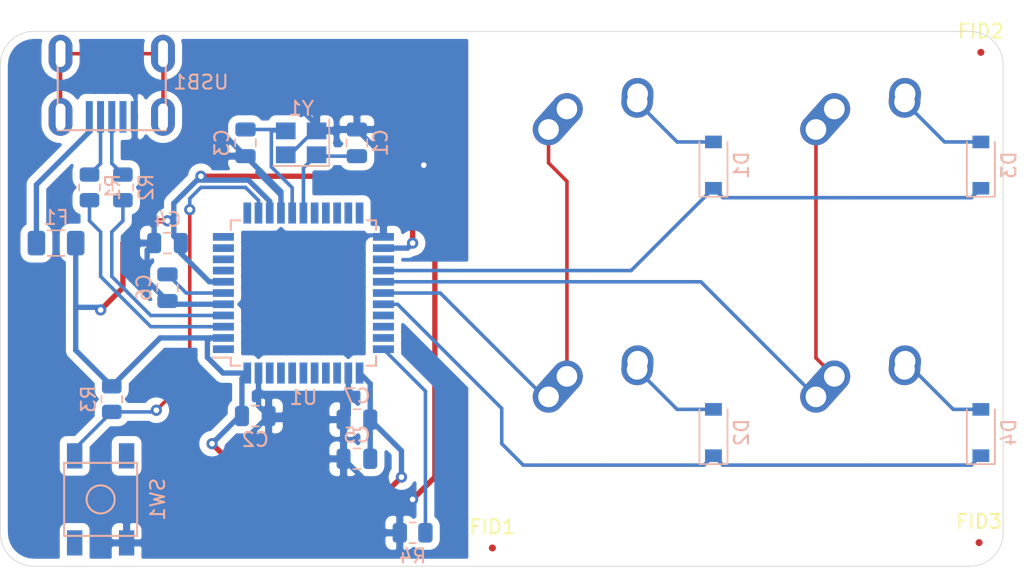
<source format=kicad_pcb>
(kicad_pcb (version 20171130) (host pcbnew "(5.1.10)-1")

  (general
    (thickness 1.6)
    (drawings 8)
    (tracks 180)
    (zones 0)
    (modules 28)
    (nets 45)
  )

  (page A4)
  (layers
    (0 F.Cu signal)
    (31 B.Cu signal)
    (32 B.Adhes user)
    (33 F.Adhes user)
    (34 B.Paste user)
    (35 F.Paste user)
    (36 B.SilkS user)
    (37 F.SilkS user)
    (38 B.Mask user)
    (39 F.Mask user)
    (40 Dwgs.User user)
    (41 Cmts.User user)
    (42 Eco1.User user)
    (43 Eco2.User user)
    (44 Edge.Cuts user)
    (45 Margin user)
    (46 B.CrtYd user)
    (47 F.CrtYd user)
    (48 B.Fab user)
    (49 F.Fab user)
  )

  (setup
    (last_trace_width 0.254)
    (trace_clearance 0.2)
    (zone_clearance 0.508)
    (zone_45_only no)
    (trace_min 0.2)
    (via_size 0.8)
    (via_drill 0.4)
    (via_min_size 0.4)
    (via_min_drill 0.3)
    (uvia_size 0.3)
    (uvia_drill 0.1)
    (uvias_allowed no)
    (uvia_min_size 0.2)
    (uvia_min_drill 0.1)
    (edge_width 0.05)
    (segment_width 0.2)
    (pcb_text_width 0.3)
    (pcb_text_size 1.5 1.5)
    (mod_edge_width 0.12)
    (mod_text_size 1 1)
    (mod_text_width 0.15)
    (pad_size 1.524 1.524)
    (pad_drill 0.762)
    (pad_to_mask_clearance 0)
    (aux_axis_origin 0 0)
    (visible_elements 7FFFFFFF)
    (pcbplotparams
      (layerselection 0x010f0_ffffffff)
      (usegerberextensions true)
      (usegerberattributes true)
      (usegerberadvancedattributes true)
      (creategerberjobfile false)
      (excludeedgelayer true)
      (linewidth 0.100000)
      (plotframeref false)
      (viasonmask false)
      (mode 1)
      (useauxorigin false)
      (hpglpennumber 1)
      (hpglpenspeed 20)
      (hpglpendiameter 15.000000)
      (psnegative false)
      (psa4output false)
      (plotreference true)
      (plotvalue true)
      (plotinvisibletext false)
      (padsonsilk false)
      (subtractmaskfromsilk true)
      (outputformat 1)
      (mirror false)
      (drillshape 0)
      (scaleselection 1)
      (outputdirectory "Gerbers/"))
  )

  (net 0 "")
  (net 1 GND)
  (net 2 "Net-(C1-Pad1)")
  (net 3 +5V)
  (net 4 "Net-(C3-Pad1)")
  (net 5 "Net-(C6-Pad1)")
  (net 6 "Net-(D1-Pad2)")
  (net 7 ROW0)
  (net 8 "Net-(D2-Pad2)")
  (net 9 ROW1)
  (net 10 "Net-(D3-Pad2)")
  (net 11 "Net-(D4-Pad2)")
  (net 12 VCC)
  (net 13 COL0)
  (net 14 COL1)
  (net 15 D-)
  (net 16 "Net-(R1-Pad1)")
  (net 17 D+)
  (net 18 "Net-(R2-Pad1)")
  (net 19 "Net-(R3-Pad2)")
  (net 20 "Net-(R4-Pad2)")
  (net 21 "Net-(U1-Pad42)")
  (net 22 "Net-(U1-Pad41)")
  (net 23 "Net-(U1-Pad40)")
  (net 24 "Net-(U1-Pad39)")
  (net 25 "Net-(U1-Pad38)")
  (net 26 "Net-(U1-Pad37)")
  (net 27 "Net-(U1-Pad36)")
  (net 28 "Net-(U1-Pad32)")
  (net 29 "Net-(U1-Pad31)")
  (net 30 "Net-(U1-Pad30)")
  (net 31 "Net-(U1-Pad25)")
  (net 32 "Net-(U1-Pad22)")
  (net 33 "Net-(U1-Pad21)")
  (net 34 "Net-(U1-Pad20)")
  (net 35 "Net-(U1-Pad19)")
  (net 36 "Net-(U1-Pad18)")
  (net 37 "Net-(U1-Pad12)")
  (net 38 "Net-(U1-Pad11)")
  (net 39 "Net-(U1-Pad10)")
  (net 40 "Net-(U1-Pad9)")
  (net 41 "Net-(U1-Pad8)")
  (net 42 "Net-(U1-Pad1)")
  (net 43 "Net-(USB1-Pad6)")
  (net 44 "Net-(USB1-Pad2)")

  (net_class Default "This is the default net class."
    (clearance 0.2)
    (trace_width 0.254)
    (via_dia 0.8)
    (via_drill 0.4)
    (uvia_dia 0.3)
    (uvia_drill 0.1)
    (add_net COL0)
    (add_net COL1)
    (add_net D+)
    (add_net D-)
    (add_net "Net-(C1-Pad1)")
    (add_net "Net-(C3-Pad1)")
    (add_net "Net-(C6-Pad1)")
    (add_net "Net-(D1-Pad2)")
    (add_net "Net-(D2-Pad2)")
    (add_net "Net-(D3-Pad2)")
    (add_net "Net-(D4-Pad2)")
    (add_net "Net-(R1-Pad1)")
    (add_net "Net-(R2-Pad1)")
    (add_net "Net-(R3-Pad2)")
    (add_net "Net-(R4-Pad2)")
    (add_net "Net-(U1-Pad1)")
    (add_net "Net-(U1-Pad10)")
    (add_net "Net-(U1-Pad11)")
    (add_net "Net-(U1-Pad12)")
    (add_net "Net-(U1-Pad18)")
    (add_net "Net-(U1-Pad19)")
    (add_net "Net-(U1-Pad20)")
    (add_net "Net-(U1-Pad21)")
    (add_net "Net-(U1-Pad22)")
    (add_net "Net-(U1-Pad25)")
    (add_net "Net-(U1-Pad30)")
    (add_net "Net-(U1-Pad31)")
    (add_net "Net-(U1-Pad32)")
    (add_net "Net-(U1-Pad36)")
    (add_net "Net-(U1-Pad37)")
    (add_net "Net-(U1-Pad38)")
    (add_net "Net-(U1-Pad39)")
    (add_net "Net-(U1-Pad40)")
    (add_net "Net-(U1-Pad41)")
    (add_net "Net-(U1-Pad42)")
    (add_net "Net-(U1-Pad8)")
    (add_net "Net-(U1-Pad9)")
    (add_net "Net-(USB1-Pad2)")
    (add_net "Net-(USB1-Pad6)")
    (add_net ROW0)
    (add_net ROW1)
  )

  (net_class Power ""
    (clearance 0.2)
    (trace_width 0.381)
    (via_dia 0.8)
    (via_drill 0.4)
    (uvia_dia 0.3)
    (uvia_drill 0.1)
    (add_net +5V)
    (add_net GND)
    (add_net VCC)
  )

  (module Fiducial:Fiducial_0.5mm_Mask1mm (layer F.Cu) (tedit 5C18CB26) (tstamp 6227EB3E)
    (at 142.748 167.386)
    (descr "Circular Fiducial, 0.5mm bare copper, 1mm soldermask opening (Level C)")
    (tags fiducial)
    (path /62280FBA)
    (attr smd)
    (fp_text reference FID3 (at 0 -1.5) (layer F.SilkS)
      (effects (font (size 1 1) (thickness 0.15)))
    )
    (fp_text value Fiducial (at 0 1.5) (layer F.Fab)
      (effects (font (size 1 1) (thickness 0.15)))
    )
    (fp_text user %R (at 0 0) (layer F.Fab)
      (effects (font (size 0.2 0.2) (thickness 0.04)))
    )
    (fp_circle (center 0 0) (end 0.5 0) (layer F.Fab) (width 0.1))
    (fp_circle (center 0 0) (end 0.75 0) (layer F.CrtYd) (width 0.05))
    (pad "" smd circle (at 0 0) (size 0.5 0.5) (layers F.Cu F.Mask)
      (solder_mask_margin 0.25) (clearance 0.25))
  )

  (module Fiducial:Fiducial_0.5mm_Mask1mm (layer F.Cu) (tedit 5C18CB26) (tstamp 6227EB36)
    (at 142.875 132.461)
    (descr "Circular Fiducial, 0.5mm bare copper, 1mm soldermask opening (Level C)")
    (tags fiducial)
    (path /62280A8D)
    (attr smd)
    (fp_text reference FID2 (at 0 -1.5) (layer F.SilkS)
      (effects (font (size 1 1) (thickness 0.15)))
    )
    (fp_text value Fiducial (at 0 1.5) (layer F.Fab)
      (effects (font (size 1 1) (thickness 0.15)))
    )
    (fp_text user %R (at 0 0) (layer F.Fab)
      (effects (font (size 0.2 0.2) (thickness 0.04)))
    )
    (fp_circle (center 0 0) (end 0.5 0) (layer F.Fab) (width 0.1))
    (fp_circle (center 0 0) (end 0.75 0) (layer F.CrtYd) (width 0.05))
    (pad "" smd circle (at 0 0) (size 0.5 0.5) (layers F.Cu F.Mask)
      (solder_mask_margin 0.25) (clearance 0.25))
  )

  (module Fiducial:Fiducial_0.5mm_Mask1mm (layer F.Cu) (tedit 5C18CB26) (tstamp 6227EB2E)
    (at 108.077 167.767)
    (descr "Circular Fiducial, 0.5mm bare copper, 1mm soldermask opening (Level C)")
    (tags fiducial)
    (path /62280049)
    (attr smd)
    (fp_text reference FID1 (at 0 -1.5) (layer F.SilkS)
      (effects (font (size 1 1) (thickness 0.15)))
    )
    (fp_text value Fiducial (at 0 1.5) (layer F.Fab)
      (effects (font (size 1 1) (thickness 0.15)))
    )
    (fp_text user %R (at 0 0) (layer F.Fab)
      (effects (font (size 0.2 0.2) (thickness 0.04)))
    )
    (fp_circle (center 0 0) (end 0.5 0) (layer F.Fab) (width 0.1))
    (fp_circle (center 0 0) (end 0.75 0) (layer F.CrtYd) (width 0.05))
    (pad "" smd circle (at 0 0) (size 0.5 0.5) (layers F.Cu F.Mask)
      (solder_mask_margin 0.25) (clearance 0.25))
  )

  (module random-keyboard-parts:Molex-0548190589 (layer B.Cu) (tedit 5C494815) (tstamp 6221EE24)
    (at 80.9625 132.55625 270)
    (path /6224FF43)
    (attr smd)
    (fp_text reference USB1 (at 2.032 -6.35) (layer B.SilkS)
      (effects (font (size 1 1) (thickness 0.15)) (justify mirror))
    )
    (fp_text value Molex-0548190589 (at -0.79375 -12.7) (layer Dwgs.User)
      (effects (font (size 1 1) (thickness 0.15)))
    )
    (fp_line (start 3.25 1.25) (end 5.5 1.25) (layer B.CrtYd) (width 0.15))
    (fp_line (start 5.5 0.5) (end 3.25 0.5) (layer B.CrtYd) (width 0.15))
    (fp_line (start 3.25 -0.5) (end 5.5 -0.5) (layer B.CrtYd) (width 0.15))
    (fp_line (start 5.5 -1.25) (end 3.25 -1.25) (layer B.CrtYd) (width 0.15))
    (fp_line (start 3.25 -2) (end 5.5 -2) (layer B.CrtYd) (width 0.15))
    (fp_line (start 3.25 2) (end 3.25 -2) (layer B.CrtYd) (width 0.15))
    (fp_line (start 5.5 2) (end 3.25 2) (layer B.CrtYd) (width 0.15))
    (fp_line (start -3.75 -3.75) (end -3.75 3.75) (layer B.CrtYd) (width 0.15))
    (fp_line (start 5.5 -3.75) (end -3.75 -3.75) (layer B.CrtYd) (width 0.15))
    (fp_line (start 5.5 3.75) (end 5.5 -3.75) (layer B.CrtYd) (width 0.15))
    (fp_line (start -3.75 3.75) (end 5.5 3.75) (layer B.CrtYd) (width 0.15))
    (fp_line (start 0 3.85) (end 5.45 3.85) (layer B.SilkS) (width 0.15))
    (fp_line (start 0 -3.85) (end 5.45 -3.85) (layer B.SilkS) (width 0.15))
    (fp_line (start 5.45 3.85) (end 5.45 -3.85) (layer B.SilkS) (width 0.15))
    (fp_line (start -3.75 3.85) (end 0 3.85) (layer Dwgs.User) (width 0.15))
    (fp_line (start -3.75 -3.85) (end 0 -3.85) (layer Dwgs.User) (width 0.15))
    (fp_line (start -1.75 4.572) (end -1.75 -4.572) (layer Dwgs.User) (width 0.15))
    (fp_line (start -3.75 3.85) (end -3.75 -3.85) (layer Dwgs.User) (width 0.15))
    (fp_text user %R (at 0 -7.14375) (layer B.CrtYd)
      (effects (font (size 1 1) (thickness 0.15)) (justify mirror))
    )
    (pad 6 thru_hole oval (at 0 3.65 270) (size 2.7 1.7) (drill oval 1.9 0.7) (layers *.Cu *.Mask)
      (net 43 "Net-(USB1-Pad6)"))
    (pad 6 thru_hole oval (at 0 -3.65 270) (size 2.7 1.7) (drill oval 1.9 0.7) (layers *.Cu *.Mask)
      (net 43 "Net-(USB1-Pad6)"))
    (pad 6 thru_hole oval (at 4.5 -3.65 270) (size 2.7 1.7) (drill oval 1.9 0.7) (layers *.Cu *.Mask)
      (net 43 "Net-(USB1-Pad6)"))
    (pad 6 thru_hole oval (at 4.5 3.65 270) (size 2.7 1.7) (drill oval 1.9 0.7) (layers *.Cu *.Mask)
      (net 43 "Net-(USB1-Pad6)"))
    (pad 5 smd rect (at 4.5 1.6 270) (size 2.25 0.5) (layers B.Cu B.Paste B.Mask)
      (net 12 VCC))
    (pad 4 smd rect (at 4.5 0.8 270) (size 2.25 0.5) (layers B.Cu B.Paste B.Mask)
      (net 15 D-))
    (pad 3 smd rect (at 4.5 0 270) (size 2.25 0.5) (layers B.Cu B.Paste B.Mask)
      (net 17 D+))
    (pad 2 smd rect (at 4.5 -0.8 270) (size 2.25 0.5) (layers B.Cu B.Paste B.Mask)
      (net 44 "Net-(USB1-Pad2)"))
    (pad 1 smd rect (at 4.5 -1.6 270) (size 2.25 0.5) (layers B.Cu B.Paste B.Mask)
      (net 1 GND))
  )

  (module random-keyboard-parts:artwork (layer F.Cu) (tedit 0) (tstamp 6221EB1A)
    (at 125.4125 165.1)
    (fp_text reference G*** (at 0 0) (layer F.SilkS) hide
      (effects (font (size 1.524 1.524) (thickness 0.3)))
    )
    (fp_text value LOGO (at 0.75 0) (layer F.SilkS) hide
      (effects (font (size 1.524 1.524) (thickness 0.3)))
    )
    (fp_poly (pts (xy -3.387518 1.187426) (xy -3.335016 1.206728) (xy -3.289431 1.242311) (xy -3.25407 1.293433)
      (xy -3.249653 1.302845) (xy -3.129503 1.550388) (xy -2.994006 1.784624) (xy -2.843108 2.005626)
      (xy -2.676754 2.21347) (xy -2.494889 2.408229) (xy -2.30632 2.582385) (xy -2.101292 2.745315)
      (xy -1.884763 2.891859) (xy -1.65789 3.021528) (xy -1.421828 3.133833) (xy -1.177731 3.228286)
      (xy -0.926756 3.304398) (xy -0.670058 3.361681) (xy -0.408792 3.399645) (xy -0.362715 3.404264)
      (xy -0.302174 3.408322) (xy -0.226574 3.410886) (xy -0.139995 3.412033) (xy -0.046516 3.411842)
      (xy 0.049781 3.410392) (xy 0.144817 3.407761) (xy 0.234511 3.404027) (xy 0.314783 3.39927)
      (xy 0.381553 3.393567) (xy 0.41656 3.389278) (xy 0.686651 3.340067) (xy 0.948055 3.272572)
      (xy 1.200371 3.18703) (xy 1.4432 3.083678) (xy 1.676142 2.962752) (xy 1.898796 2.82449)
      (xy 2.110763 2.669128) (xy 2.311643 2.496903) (xy 2.501036 2.308052) (xy 2.678541 2.102812)
      (xy 2.754785 2.004703) (xy 2.858048 1.85738) (xy 2.958577 1.693602) (xy 3.057362 1.511723)
      (xy 3.090927 1.445065) (xy 3.127685 1.371542) (xy 3.157671 1.314269) (xy 3.182626 1.271042)
      (xy 3.204289 1.23966) (xy 3.224402 1.21792) (xy 3.244704 1.203622) (xy 3.266935 1.194562)
      (xy 3.292837 1.188538) (xy 3.293808 1.18836) (xy 3.355457 1.186211) (xy 3.41218 1.201245)
      (xy 3.460969 1.231059) (xy 3.498818 1.273249) (xy 3.52272 1.325413) (xy 3.529831 1.377002)
      (xy 3.528765 1.396513) (xy 3.52479 1.417637) (xy 3.516785 1.443251) (xy 3.503632 1.47623)
      (xy 3.484211 1.519453) (xy 3.457402 1.575797) (xy 3.432986 1.625922) (xy 3.306913 1.864306)
      (xy 3.169445 2.087206) (xy 3.018857 2.297009) (xy 2.853424 2.496102) (xy 2.671422 2.686874)
      (xy 2.654441 2.703454) (xy 2.443273 2.894754) (xy 2.222106 3.068461) (xy 1.991381 3.22437)
      (xy 1.751541 3.362273) (xy 1.503028 3.481964) (xy 1.246283 3.583236) (xy 0.981749 3.665882)
      (xy 0.709867 3.729695) (xy 0.43108 3.774469) (xy 0.343188 3.784465) (xy 0.291459 3.788549)
      (xy 0.22422 3.792013) (xy 0.145676 3.794806) (xy 0.060034 3.796877) (xy -0.028502 3.798173)
      (xy -0.115726 3.798643) (xy -0.197434 3.798236) (xy -0.26942 3.796899) (xy -0.327479 3.794581)
      (xy -0.35052 3.792991) (xy -0.633187 3.759229) (xy -0.909519 3.706382) (xy -1.178894 3.634745)
      (xy -1.440688 3.544612) (xy -1.69428 3.436277) (xy -1.939047 3.310034) (xy -2.174366 3.166177)
      (xy -2.399616 3.004999) (xy -2.614173 2.826796) (xy -2.817414 2.63186) (xy -2.824285 2.624769)
      (xy -3.000785 2.430341) (xy -3.160367 2.229211) (xy -3.305111 2.018383) (xy -3.437092 1.794862)
      (xy -3.54217 1.58979) (xy -3.578812 1.508645) (xy -3.603424 1.441428) (xy -3.616081 1.38575)
      (xy -3.616859 1.33922) (xy -3.605835 1.299446) (xy -3.583085 1.264038) (xy -3.553471 1.234631)
      (xy -3.500052 1.200636) (xy -3.443632 1.185148) (xy -3.387518 1.187426)) (layer Eco2.User) (width 0.01))
    (fp_poly (pts (xy -1.5494 -2.625259) (xy -1.495379 -2.624377) (xy -1.45511 -2.621503) (xy -1.422053 -2.615652)
      (xy -1.389665 -2.605845) (xy -1.369314 -2.598233) (xy -1.268414 -2.548104) (xy -1.174397 -2.479572)
      (xy -1.087902 -2.393568) (xy -1.009567 -2.291025) (xy -0.940028 -2.172874) (xy -0.879924 -2.040049)
      (xy -0.829891 -1.89348) (xy -0.796035 -1.760061) (xy -0.782347 -1.680366) (xy -0.77206 -1.586175)
      (xy -0.765338 -1.48305) (xy -0.762343 -1.376554) (xy -0.763238 -1.272251) (xy -0.768187 -1.175703)
      (xy -0.776637 -1.09728) (xy -0.806639 -0.936987) (xy -0.848066 -0.787389) (xy -0.900212 -0.649591)
      (xy -0.962369 -0.524699) (xy -1.033832 -0.413822) (xy -1.113893 -0.318064) (xy -1.201846 -0.238533)
      (xy -1.296983 -0.176334) (xy -1.391333 -0.134999) (xy -1.47191 -0.11653) (xy -1.560423 -0.111724)
      (xy -1.6498 -0.120547) (xy -1.714806 -0.136621) (xy -1.810587 -0.178069) (xy -1.900778 -0.237691)
      (xy -1.984677 -0.313938) (xy -2.061579 -0.405259) (xy -2.130781 -0.510105) (xy -2.191578 -0.626927)
      (xy -2.243268 -0.754174) (xy -2.285145 -0.890296) (xy -2.316508 -1.033744) (xy -2.33665 -1.182969)
      (xy -2.34487 -1.33642) (xy -2.340462 -1.492547) (xy -2.339063 -1.511234) (xy -2.317199 -1.692536)
      (xy -2.28172 -1.861399) (xy -2.232914 -2.017098) (xy -2.171068 -2.158909) (xy -2.096469 -2.286106)
      (xy -2.009406 -2.397966) (xy -1.971007 -2.4384) (xy -1.897551 -2.504421) (xy -1.824366 -2.554936)
      (xy -1.745593 -2.593815) (xy -1.721431 -2.603256) (xy -1.688003 -2.614057) (xy -1.654108 -2.620793)
      (xy -1.61349 -2.624266) (xy -1.559894 -2.625274) (xy -1.5494 -2.625259)) (layer Eco2.User) (width 0.01))
    (fp_poly (pts (xy 1.498623 -2.628466) (xy 1.595869 -2.612413) (xy 1.688061 -2.578505) (xy 1.776747 -2.525968)
      (xy 1.863478 -2.45403) (xy 1.879566 -2.4384) (xy 1.969387 -2.33539) (xy 2.046828 -2.218526)
      (xy 2.111912 -2.089841) (xy 2.16466 -1.951368) (xy 2.205094 -1.805138) (xy 2.233235 -1.653184)
      (xy 2.249105 -1.497538) (xy 2.252726 -1.340231) (xy 2.244118 -1.183297) (xy 2.223304 -1.028767)
      (xy 2.190306 -0.878674) (xy 2.145144 -0.73505) (xy 2.08784 -0.599927) (xy 2.018416 -0.475337)
      (xy 1.936894 -0.363312) (xy 1.856632 -0.278109) (xy 1.797038 -0.229704) (xy 1.72798 -0.185399)
      (xy 1.656646 -0.149316) (xy 1.591182 -0.125833) (xy 1.524315 -0.114518) (xy 1.448692 -0.112103)
      (xy 1.373123 -0.118311) (xy 1.306419 -0.132864) (xy 1.299892 -0.134999) (xy 1.199325 -0.179859)
      (xy 1.104824 -0.243265) (xy 1.017213 -0.32413) (xy 0.937322 -0.421367) (xy 0.865974 -0.533888)
      (xy 0.803998 -0.660607) (xy 0.752219 -0.800437) (xy 0.726726 -0.888883) (xy 0.691862 -1.057863)
      (xy 0.672463 -1.233927) (xy 0.668432 -1.412979) (xy 0.679672 -1.590921) (xy 0.706086 -1.763657)
      (xy 0.747576 -1.92709) (xy 0.751677 -1.940056) (xy 0.802664 -2.076871) (xy 0.863052 -2.200685)
      (xy 0.931892 -2.310621) (xy 1.008233 -2.405805) (xy 1.091126 -2.48536) (xy 1.179619 -2.548411)
      (xy 1.272763 -2.594082) (xy 1.369608 -2.621496) (xy 1.469202 -2.629779) (xy 1.498623 -2.628466)) (layer Eco2.User) (width 0.01))
  )

  (module Crystal:Crystal_SMD_3225-4Pin_3.2x2.5mm (layer B.Cu) (tedit 5A0FD1B2) (tstamp 6221B1CD)
    (at 94.45625 138.90625 180)
    (descr "SMD Crystal SERIES SMD3225/4 http://www.txccrystal.com/images/pdf/7m-accuracy.pdf, 3.2x2.5mm^2 package")
    (tags "SMD SMT crystal")
    (path /622442FF)
    (attr smd)
    (fp_text reference Y1 (at 0 2.45) (layer B.SilkS)
      (effects (font (size 1 1) (thickness 0.15)) (justify mirror))
    )
    (fp_text value Crystal_GND24_Small (at 0 -2.45) (layer B.Fab)
      (effects (font (size 1 1) (thickness 0.15)) (justify mirror))
    )
    (fp_line (start 2.1 1.7) (end -2.1 1.7) (layer B.CrtYd) (width 0.05))
    (fp_line (start 2.1 -1.7) (end 2.1 1.7) (layer B.CrtYd) (width 0.05))
    (fp_line (start -2.1 -1.7) (end 2.1 -1.7) (layer B.CrtYd) (width 0.05))
    (fp_line (start -2.1 1.7) (end -2.1 -1.7) (layer B.CrtYd) (width 0.05))
    (fp_line (start -2 -1.65) (end 2 -1.65) (layer B.SilkS) (width 0.12))
    (fp_line (start -2 1.65) (end -2 -1.65) (layer B.SilkS) (width 0.12))
    (fp_line (start -1.6 -0.25) (end -0.6 -1.25) (layer B.Fab) (width 0.1))
    (fp_line (start 1.6 1.25) (end -1.6 1.25) (layer B.Fab) (width 0.1))
    (fp_line (start 1.6 -1.25) (end 1.6 1.25) (layer B.Fab) (width 0.1))
    (fp_line (start -1.6 -1.25) (end 1.6 -1.25) (layer B.Fab) (width 0.1))
    (fp_line (start -1.6 1.25) (end -1.6 -1.25) (layer B.Fab) (width 0.1))
    (fp_text user %R (at 0 0) (layer B.Fab)
      (effects (font (size 0.7 0.7) (thickness 0.105)) (justify mirror))
    )
    (pad 4 smd rect (at -1.1 0.85 180) (size 1.4 1.2) (layers B.Cu B.Paste B.Mask)
      (net 1 GND))
    (pad 3 smd rect (at 1.1 0.85 180) (size 1.4 1.2) (layers B.Cu B.Paste B.Mask)
      (net 4 "Net-(C3-Pad1)"))
    (pad 2 smd rect (at 1.1 -0.85 180) (size 1.4 1.2) (layers B.Cu B.Paste B.Mask)
      (net 1 GND))
    (pad 1 smd rect (at -1.1 -0.85 180) (size 1.4 1.2) (layers B.Cu B.Paste B.Mask)
      (net 2 "Net-(C1-Pad1)"))
    (model ${KISYS3DMOD}/Crystal.3dshapes/Crystal_SMD_3225-4Pin_3.2x2.5mm.wrl
      (at (xyz 0 0 0))
      (scale (xyz 1 1 1))
      (rotate (xyz 0 0 0))
    )
  )

  (module Package_QFP:TQFP-44_10x10mm_P0.8mm (layer B.Cu) (tedit 5A02F146) (tstamp 6221AAEF)
    (at 94.615 149.606)
    (descr "44-Lead Plastic Thin Quad Flatpack (PT) - 10x10x1.0 mm Body [TQFP] (see Microchip Packaging Specification 00000049BS.pdf)")
    (tags "QFP 0.8")
    (path /62235F56)
    (attr smd)
    (fp_text reference U1 (at 0 7.45) (layer B.SilkS)
      (effects (font (size 1 1) (thickness 0.15)) (justify mirror))
    )
    (fp_text value ATmega32U4-AU (at 0 -7.45) (layer B.Fab)
      (effects (font (size 1 1) (thickness 0.15)) (justify mirror))
    )
    (fp_line (start -5.175 4.6) (end -6.45 4.6) (layer B.SilkS) (width 0.15))
    (fp_line (start 5.175 5.175) (end 4.5 5.175) (layer B.SilkS) (width 0.15))
    (fp_line (start 5.175 -5.175) (end 4.5 -5.175) (layer B.SilkS) (width 0.15))
    (fp_line (start -5.175 -5.175) (end -4.5 -5.175) (layer B.SilkS) (width 0.15))
    (fp_line (start -5.175 5.175) (end -4.5 5.175) (layer B.SilkS) (width 0.15))
    (fp_line (start -5.175 -5.175) (end -5.175 -4.5) (layer B.SilkS) (width 0.15))
    (fp_line (start 5.175 -5.175) (end 5.175 -4.5) (layer B.SilkS) (width 0.15))
    (fp_line (start 5.175 5.175) (end 5.175 4.5) (layer B.SilkS) (width 0.15))
    (fp_line (start -5.175 5.175) (end -5.175 4.6) (layer B.SilkS) (width 0.15))
    (fp_line (start -6.7 -6.7) (end 6.7 -6.7) (layer B.CrtYd) (width 0.05))
    (fp_line (start -6.7 6.7) (end 6.7 6.7) (layer B.CrtYd) (width 0.05))
    (fp_line (start 6.7 6.7) (end 6.7 -6.7) (layer B.CrtYd) (width 0.05))
    (fp_line (start -6.7 6.7) (end -6.7 -6.7) (layer B.CrtYd) (width 0.05))
    (fp_line (start -5 4) (end -4 5) (layer B.Fab) (width 0.15))
    (fp_line (start -5 -5) (end -5 4) (layer B.Fab) (width 0.15))
    (fp_line (start 5 -5) (end -5 -5) (layer B.Fab) (width 0.15))
    (fp_line (start 5 5) (end 5 -5) (layer B.Fab) (width 0.15))
    (fp_line (start -4 5) (end 5 5) (layer B.Fab) (width 0.15))
    (fp_text user %R (at 0 0) (layer B.Fab)
      (effects (font (size 1 1) (thickness 0.15)) (justify mirror))
    )
    (pad 44 smd rect (at -4 5.7 270) (size 1.5 0.55) (layers B.Cu B.Paste B.Mask)
      (net 3 +5V))
    (pad 43 smd rect (at -3.2 5.7 270) (size 1.5 0.55) (layers B.Cu B.Paste B.Mask)
      (net 1 GND))
    (pad 42 smd rect (at -2.4 5.7 270) (size 1.5 0.55) (layers B.Cu B.Paste B.Mask)
      (net 21 "Net-(U1-Pad42)"))
    (pad 41 smd rect (at -1.6 5.7 270) (size 1.5 0.55) (layers B.Cu B.Paste B.Mask)
      (net 22 "Net-(U1-Pad41)"))
    (pad 40 smd rect (at -0.8 5.7 270) (size 1.5 0.55) (layers B.Cu B.Paste B.Mask)
      (net 23 "Net-(U1-Pad40)"))
    (pad 39 smd rect (at 0 5.7 270) (size 1.5 0.55) (layers B.Cu B.Paste B.Mask)
      (net 24 "Net-(U1-Pad39)"))
    (pad 38 smd rect (at 0.8 5.7 270) (size 1.5 0.55) (layers B.Cu B.Paste B.Mask)
      (net 25 "Net-(U1-Pad38)"))
    (pad 37 smd rect (at 1.6 5.7 270) (size 1.5 0.55) (layers B.Cu B.Paste B.Mask)
      (net 26 "Net-(U1-Pad37)"))
    (pad 36 smd rect (at 2.4 5.7 270) (size 1.5 0.55) (layers B.Cu B.Paste B.Mask)
      (net 27 "Net-(U1-Pad36)"))
    (pad 35 smd rect (at 3.2 5.7 270) (size 1.5 0.55) (layers B.Cu B.Paste B.Mask)
      (net 1 GND))
    (pad 34 smd rect (at 4 5.7 270) (size 1.5 0.55) (layers B.Cu B.Paste B.Mask)
      (net 3 +5V))
    (pad 33 smd rect (at 5.7 4) (size 1.5 0.55) (layers B.Cu B.Paste B.Mask)
      (net 20 "Net-(R4-Pad2)"))
    (pad 32 smd rect (at 5.7 3.2) (size 1.5 0.55) (layers B.Cu B.Paste B.Mask)
      (net 28 "Net-(U1-Pad32)"))
    (pad 31 smd rect (at 5.7 2.4) (size 1.5 0.55) (layers B.Cu B.Paste B.Mask)
      (net 29 "Net-(U1-Pad31)"))
    (pad 30 smd rect (at 5.7 1.6) (size 1.5 0.55) (layers B.Cu B.Paste B.Mask)
      (net 30 "Net-(U1-Pad30)"))
    (pad 29 smd rect (at 5.7 0.8) (size 1.5 0.55) (layers B.Cu B.Paste B.Mask)
      (net 9 ROW1))
    (pad 28 smd rect (at 5.7 0) (size 1.5 0.55) (layers B.Cu B.Paste B.Mask)
      (net 13 COL0))
    (pad 27 smd rect (at 5.7 -0.8) (size 1.5 0.55) (layers B.Cu B.Paste B.Mask)
      (net 14 COL1))
    (pad 26 smd rect (at 5.7 -1.6) (size 1.5 0.55) (layers B.Cu B.Paste B.Mask)
      (net 7 ROW0))
    (pad 25 smd rect (at 5.7 -2.4) (size 1.5 0.55) (layers B.Cu B.Paste B.Mask)
      (net 31 "Net-(U1-Pad25)"))
    (pad 24 smd rect (at 5.7 -3.2) (size 1.5 0.55) (layers B.Cu B.Paste B.Mask)
      (net 3 +5V))
    (pad 23 smd rect (at 5.7 -4) (size 1.5 0.55) (layers B.Cu B.Paste B.Mask)
      (net 1 GND))
    (pad 22 smd rect (at 4 -5.7 270) (size 1.5 0.55) (layers B.Cu B.Paste B.Mask)
      (net 32 "Net-(U1-Pad22)"))
    (pad 21 smd rect (at 3.2 -5.7 270) (size 1.5 0.55) (layers B.Cu B.Paste B.Mask)
      (net 33 "Net-(U1-Pad21)"))
    (pad 20 smd rect (at 2.4 -5.7 270) (size 1.5 0.55) (layers B.Cu B.Paste B.Mask)
      (net 34 "Net-(U1-Pad20)"))
    (pad 19 smd rect (at 1.6 -5.7 270) (size 1.5 0.55) (layers B.Cu B.Paste B.Mask)
      (net 35 "Net-(U1-Pad19)"))
    (pad 18 smd rect (at 0.8 -5.7 270) (size 1.5 0.55) (layers B.Cu B.Paste B.Mask)
      (net 36 "Net-(U1-Pad18)"))
    (pad 17 smd rect (at 0 -5.7 270) (size 1.5 0.55) (layers B.Cu B.Paste B.Mask)
      (net 2 "Net-(C1-Pad1)"))
    (pad 16 smd rect (at -0.8 -5.7 270) (size 1.5 0.55) (layers B.Cu B.Paste B.Mask)
      (net 4 "Net-(C3-Pad1)"))
    (pad 15 smd rect (at -1.6 -5.7 270) (size 1.5 0.55) (layers B.Cu B.Paste B.Mask)
      (net 1 GND))
    (pad 14 smd rect (at -2.4 -5.7 270) (size 1.5 0.55) (layers B.Cu B.Paste B.Mask)
      (net 3 +5V))
    (pad 13 smd rect (at -3.2 -5.7 270) (size 1.5 0.55) (layers B.Cu B.Paste B.Mask)
      (net 19 "Net-(R3-Pad2)"))
    (pad 12 smd rect (at -4 -5.7 270) (size 1.5 0.55) (layers B.Cu B.Paste B.Mask)
      (net 37 "Net-(U1-Pad12)"))
    (pad 11 smd rect (at -5.7 -4) (size 1.5 0.55) (layers B.Cu B.Paste B.Mask)
      (net 38 "Net-(U1-Pad11)"))
    (pad 10 smd rect (at -5.7 -3.2) (size 1.5 0.55) (layers B.Cu B.Paste B.Mask)
      (net 39 "Net-(U1-Pad10)"))
    (pad 9 smd rect (at -5.7 -2.4) (size 1.5 0.55) (layers B.Cu B.Paste B.Mask)
      (net 40 "Net-(U1-Pad9)"))
    (pad 8 smd rect (at -5.7 -1.6) (size 1.5 0.55) (layers B.Cu B.Paste B.Mask)
      (net 41 "Net-(U1-Pad8)"))
    (pad 7 smd rect (at -5.7 -0.8) (size 1.5 0.55) (layers B.Cu B.Paste B.Mask)
      (net 3 +5V))
    (pad 6 smd rect (at -5.7 0) (size 1.5 0.55) (layers B.Cu B.Paste B.Mask)
      (net 5 "Net-(C6-Pad1)"))
    (pad 5 smd rect (at -5.7 0.8) (size 1.5 0.55) (layers B.Cu B.Paste B.Mask)
      (net 1 GND))
    (pad 4 smd rect (at -5.7 1.6) (size 1.5 0.55) (layers B.Cu B.Paste B.Mask)
      (net 18 "Net-(R2-Pad1)"))
    (pad 3 smd rect (at -5.7 2.4) (size 1.5 0.55) (layers B.Cu B.Paste B.Mask)
      (net 16 "Net-(R1-Pad1)"))
    (pad 2 smd rect (at -5.7 3.2) (size 1.5 0.55) (layers B.Cu B.Paste B.Mask)
      (net 3 +5V))
    (pad 1 smd rect (at -5.7 4) (size 1.5 0.55) (layers B.Cu B.Paste B.Mask)
      (net 42 "Net-(U1-Pad1)"))
    (model ${KISYS3DMOD}/Package_QFP.3dshapes/TQFP-44_10x10mm_P0.8mm.wrl
      (at (xyz 0 0 0))
      (scale (xyz 1 1 1))
      (rotate (xyz 0 0 0))
    )
  )

  (module random-keyboard-parts:SKQG-1155865 (layer B.Cu) (tedit 5E62B398) (tstamp 6221AAAC)
    (at 80.16875 164.30625 270)
    (path /6224C0CC)
    (attr smd)
    (fp_text reference SW1 (at 0 -4.064 90) (layer B.SilkS)
      (effects (font (size 1 1) (thickness 0.15)) (justify mirror))
    )
    (fp_text value SW_Push (at 0 4.064 90) (layer B.Fab)
      (effects (font (size 1 1) (thickness 0.15)) (justify mirror))
    )
    (fp_line (start -2.6 2.6) (end 2.6 2.6) (layer B.SilkS) (width 0.15))
    (fp_line (start 2.6 2.6) (end 2.6 -2.6) (layer B.SilkS) (width 0.15))
    (fp_line (start 2.6 -2.6) (end -2.6 -2.6) (layer B.SilkS) (width 0.15))
    (fp_line (start -2.6 -2.6) (end -2.6 2.6) (layer B.SilkS) (width 0.15))
    (fp_circle (center 0 0) (end 1 0) (layer B.SilkS) (width 0.15))
    (fp_line (start -4.2 2.6) (end 4.2 2.6) (layer B.Fab) (width 0.15))
    (fp_line (start 4.2 2.6) (end 4.2 1.2) (layer B.Fab) (width 0.15))
    (fp_line (start 4.2 1.1) (end 2.6 1.1) (layer B.Fab) (width 0.15))
    (fp_line (start 2.6 1.1) (end 2.6 -1.1) (layer B.Fab) (width 0.15))
    (fp_line (start 2.6 -1.1) (end 4.2 -1.1) (layer B.Fab) (width 0.15))
    (fp_line (start 4.2 -1.1) (end 4.2 -2.6) (layer B.Fab) (width 0.15))
    (fp_line (start 4.2 -2.6) (end -4.2 -2.6) (layer B.Fab) (width 0.15))
    (fp_line (start -4.2 -2.6) (end -4.2 -1.1) (layer B.Fab) (width 0.15))
    (fp_line (start -4.2 -1.1) (end -2.6 -1.1) (layer B.Fab) (width 0.15))
    (fp_line (start -2.6 -1.1) (end -2.6 1.1) (layer B.Fab) (width 0.15))
    (fp_line (start -2.6 1.1) (end -4.2 1.1) (layer B.Fab) (width 0.15))
    (fp_line (start -4.2 1.1) (end -4.2 2.6) (layer B.Fab) (width 0.15))
    (fp_circle (center 0 0) (end 1 0) (layer B.Fab) (width 0.15))
    (fp_line (start -2.6 1.1) (end -1.1 2.6) (layer B.Fab) (width 0.15))
    (fp_line (start 2.6 1.1) (end 1.1 2.6) (layer B.Fab) (width 0.15))
    (fp_line (start 2.6 -1.1) (end 1.1 -2.6) (layer B.Fab) (width 0.15))
    (fp_line (start -2.6 -1.1) (end -1.1 -2.6) (layer B.Fab) (width 0.15))
    (pad 4 smd rect (at -3.1 -1.85 270) (size 1.8 1.1) (layers B.Cu B.Paste B.Mask))
    (pad 3 smd rect (at 3.1 1.85 270) (size 1.8 1.1) (layers B.Cu B.Paste B.Mask))
    (pad 2 smd rect (at -3.1 1.85 270) (size 1.8 1.1) (layers B.Cu B.Paste B.Mask)
      (net 19 "Net-(R3-Pad2)"))
    (pad 1 smd rect (at 3.1 -1.85 270) (size 1.8 1.1) (layers B.Cu B.Paste B.Mask)
      (net 1 GND))
    (model ${KISYS3DMOD}/Button_Switch_SMD.3dshapes/SW_SPST_TL3342.step
      (at (xyz 0 0 0))
      (scale (xyz 1 1 1))
      (rotate (xyz 0 0 0))
    )
  )

  (module Resistor_SMD:R_0805_2012Metric (layer B.Cu) (tedit 5F68FEEE) (tstamp 6221AA8E)
    (at 102.39375 166.6875)
    (descr "Resistor SMD 0805 (2012 Metric), square (rectangular) end terminal, IPC_7351 nominal, (Body size source: IPC-SM-782 page 72, https://www.pcb-3d.com/wordpress/wp-content/uploads/ipc-sm-782a_amendment_1_and_2.pdf), generated with kicad-footprint-generator")
    (tags resistor)
    (path /622398B1)
    (attr smd)
    (fp_text reference R4 (at 0 1.65 180) (layer B.SilkS)
      (effects (font (size 1 1) (thickness 0.15)) (justify mirror))
    )
    (fp_text value 10k (at 0 -1.65 180) (layer B.Fab)
      (effects (font (size 1 1) (thickness 0.15)) (justify mirror))
    )
    (fp_line (start 1.68 -0.95) (end -1.68 -0.95) (layer B.CrtYd) (width 0.05))
    (fp_line (start 1.68 0.95) (end 1.68 -0.95) (layer B.CrtYd) (width 0.05))
    (fp_line (start -1.68 0.95) (end 1.68 0.95) (layer B.CrtYd) (width 0.05))
    (fp_line (start -1.68 -0.95) (end -1.68 0.95) (layer B.CrtYd) (width 0.05))
    (fp_line (start -0.227064 -0.735) (end 0.227064 -0.735) (layer B.SilkS) (width 0.12))
    (fp_line (start -0.227064 0.735) (end 0.227064 0.735) (layer B.SilkS) (width 0.12))
    (fp_line (start 1 -0.625) (end -1 -0.625) (layer B.Fab) (width 0.1))
    (fp_line (start 1 0.625) (end 1 -0.625) (layer B.Fab) (width 0.1))
    (fp_line (start -1 0.625) (end 1 0.625) (layer B.Fab) (width 0.1))
    (fp_line (start -1 -0.625) (end -1 0.625) (layer B.Fab) (width 0.1))
    (fp_text user %R (at 0 0 180) (layer B.Fab)
      (effects (font (size 0.5 0.5) (thickness 0.08)) (justify mirror))
    )
    (pad 2 smd roundrect (at 0.9125 0) (size 1.025 1.4) (layers B.Cu B.Paste B.Mask) (roundrect_rratio 0.2439004878048781)
      (net 20 "Net-(R4-Pad2)"))
    (pad 1 smd roundrect (at -0.9125 0) (size 1.025 1.4) (layers B.Cu B.Paste B.Mask) (roundrect_rratio 0.2439004878048781)
      (net 1 GND))
    (model ${KISYS3DMOD}/Resistor_SMD.3dshapes/R_0805_2012Metric.wrl
      (at (xyz 0 0 0))
      (scale (xyz 1 1 1))
      (rotate (xyz 0 0 0))
    )
  )

  (module Resistor_SMD:R_0805_2012Metric (layer B.Cu) (tedit 5F68FEEE) (tstamp 6221AA7D)
    (at 80.9625 157.1625 270)
    (descr "Resistor SMD 0805 (2012 Metric), square (rectangular) end terminal, IPC_7351 nominal, (Body size source: IPC-SM-782 page 72, https://www.pcb-3d.com/wordpress/wp-content/uploads/ipc-sm-782a_amendment_1_and_2.pdf), generated with kicad-footprint-generator")
    (tags resistor)
    (path /6224D5C1)
    (attr smd)
    (fp_text reference R3 (at 0 1.65 90) (layer B.SilkS)
      (effects (font (size 1 1) (thickness 0.15)) (justify mirror))
    )
    (fp_text value 10k (at 0 -1.65 90) (layer B.Fab)
      (effects (font (size 1 1) (thickness 0.15)) (justify mirror))
    )
    (fp_line (start 1.68 -0.95) (end -1.68 -0.95) (layer B.CrtYd) (width 0.05))
    (fp_line (start 1.68 0.95) (end 1.68 -0.95) (layer B.CrtYd) (width 0.05))
    (fp_line (start -1.68 0.95) (end 1.68 0.95) (layer B.CrtYd) (width 0.05))
    (fp_line (start -1.68 -0.95) (end -1.68 0.95) (layer B.CrtYd) (width 0.05))
    (fp_line (start -0.227064 -0.735) (end 0.227064 -0.735) (layer B.SilkS) (width 0.12))
    (fp_line (start -0.227064 0.735) (end 0.227064 0.735) (layer B.SilkS) (width 0.12))
    (fp_line (start 1 -0.625) (end -1 -0.625) (layer B.Fab) (width 0.1))
    (fp_line (start 1 0.625) (end 1 -0.625) (layer B.Fab) (width 0.1))
    (fp_line (start -1 0.625) (end 1 0.625) (layer B.Fab) (width 0.1))
    (fp_line (start -1 -0.625) (end -1 0.625) (layer B.Fab) (width 0.1))
    (fp_text user %R (at 0 0 90) (layer B.Fab)
      (effects (font (size 0.5 0.5) (thickness 0.08)) (justify mirror))
    )
    (pad 2 smd roundrect (at 0.9125 0 270) (size 1.025 1.4) (layers B.Cu B.Paste B.Mask) (roundrect_rratio 0.2439004878048781)
      (net 19 "Net-(R3-Pad2)"))
    (pad 1 smd roundrect (at -0.9125 0 270) (size 1.025 1.4) (layers B.Cu B.Paste B.Mask) (roundrect_rratio 0.2439004878048781)
      (net 3 +5V))
    (model ${KISYS3DMOD}/Resistor_SMD.3dshapes/R_0805_2012Metric.wrl
      (at (xyz 0 0 0))
      (scale (xyz 1 1 1))
      (rotate (xyz 0 0 0))
    )
  )

  (module Resistor_SMD:R_0805_2012Metric (layer B.Cu) (tedit 5F68FEEE) (tstamp 6221AA6C)
    (at 81.75625 142.08125 90)
    (descr "Resistor SMD 0805 (2012 Metric), square (rectangular) end terminal, IPC_7351 nominal, (Body size source: IPC-SM-782 page 72, https://www.pcb-3d.com/wordpress/wp-content/uploads/ipc-sm-782a_amendment_1_and_2.pdf), generated with kicad-footprint-generator")
    (tags resistor)
    (path /6223AD01)
    (attr smd)
    (fp_text reference R2 (at 0 1.65 270) (layer B.SilkS)
      (effects (font (size 1 1) (thickness 0.15)) (justify mirror))
    )
    (fp_text value 22 (at 0 -1.65 270) (layer B.Fab)
      (effects (font (size 1 1) (thickness 0.15)) (justify mirror))
    )
    (fp_line (start 1.68 -0.95) (end -1.68 -0.95) (layer B.CrtYd) (width 0.05))
    (fp_line (start 1.68 0.95) (end 1.68 -0.95) (layer B.CrtYd) (width 0.05))
    (fp_line (start -1.68 0.95) (end 1.68 0.95) (layer B.CrtYd) (width 0.05))
    (fp_line (start -1.68 -0.95) (end -1.68 0.95) (layer B.CrtYd) (width 0.05))
    (fp_line (start -0.227064 -0.735) (end 0.227064 -0.735) (layer B.SilkS) (width 0.12))
    (fp_line (start -0.227064 0.735) (end 0.227064 0.735) (layer B.SilkS) (width 0.12))
    (fp_line (start 1 -0.625) (end -1 -0.625) (layer B.Fab) (width 0.1))
    (fp_line (start 1 0.625) (end 1 -0.625) (layer B.Fab) (width 0.1))
    (fp_line (start -1 0.625) (end 1 0.625) (layer B.Fab) (width 0.1))
    (fp_line (start -1 -0.625) (end -1 0.625) (layer B.Fab) (width 0.1))
    (fp_text user %R (at 0 0 270) (layer B.Fab)
      (effects (font (size 0.5 0.5) (thickness 0.08)) (justify mirror))
    )
    (pad 2 smd roundrect (at 0.9125 0 90) (size 1.025 1.4) (layers B.Cu B.Paste B.Mask) (roundrect_rratio 0.2439004878048781)
      (net 17 D+))
    (pad 1 smd roundrect (at -0.9125 0 90) (size 1.025 1.4) (layers B.Cu B.Paste B.Mask) (roundrect_rratio 0.2439004878048781)
      (net 18 "Net-(R2-Pad1)"))
    (model ${KISYS3DMOD}/Resistor_SMD.3dshapes/R_0805_2012Metric.wrl
      (at (xyz 0 0 0))
      (scale (xyz 1 1 1))
      (rotate (xyz 0 0 0))
    )
  )

  (module Resistor_SMD:R_0805_2012Metric (layer B.Cu) (tedit 5F68FEEE) (tstamp 6221C0BE)
    (at 79.375 142.08125 90)
    (descr "Resistor SMD 0805 (2012 Metric), square (rectangular) end terminal, IPC_7351 nominal, (Body size source: IPC-SM-782 page 72, https://www.pcb-3d.com/wordpress/wp-content/uploads/ipc-sm-782a_amendment_1_and_2.pdf), generated with kicad-footprint-generator")
    (tags resistor)
    (path /6223C54E)
    (attr smd)
    (fp_text reference R1 (at 0 1.65 270) (layer B.SilkS)
      (effects (font (size 1 1) (thickness 0.15)) (justify mirror))
    )
    (fp_text value 22 (at 0 -1.65 270) (layer B.Fab)
      (effects (font (size 1 1) (thickness 0.15)) (justify mirror))
    )
    (fp_line (start 1.68 -0.95) (end -1.68 -0.95) (layer B.CrtYd) (width 0.05))
    (fp_line (start 1.68 0.95) (end 1.68 -0.95) (layer B.CrtYd) (width 0.05))
    (fp_line (start -1.68 0.95) (end 1.68 0.95) (layer B.CrtYd) (width 0.05))
    (fp_line (start -1.68 -0.95) (end -1.68 0.95) (layer B.CrtYd) (width 0.05))
    (fp_line (start -0.227064 -0.735) (end 0.227064 -0.735) (layer B.SilkS) (width 0.12))
    (fp_line (start -0.227064 0.735) (end 0.227064 0.735) (layer B.SilkS) (width 0.12))
    (fp_line (start 1 -0.625) (end -1 -0.625) (layer B.Fab) (width 0.1))
    (fp_line (start 1 0.625) (end 1 -0.625) (layer B.Fab) (width 0.1))
    (fp_line (start -1 0.625) (end 1 0.625) (layer B.Fab) (width 0.1))
    (fp_line (start -1 -0.625) (end -1 0.625) (layer B.Fab) (width 0.1))
    (fp_text user %R (at 0 0 270) (layer B.Fab)
      (effects (font (size 0.5 0.5) (thickness 0.08)) (justify mirror))
    )
    (pad 2 smd roundrect (at 0.9125 0 90) (size 1.025 1.4) (layers B.Cu B.Paste B.Mask) (roundrect_rratio 0.2439004878048781)
      (net 15 D-))
    (pad 1 smd roundrect (at -0.9125 0 90) (size 1.025 1.4) (layers B.Cu B.Paste B.Mask) (roundrect_rratio 0.2439004878048781)
      (net 16 "Net-(R1-Pad1)"))
    (model ${KISYS3DMOD}/Resistor_SMD.3dshapes/R_0805_2012Metric.wrl
      (at (xyz 0 0 0))
      (scale (xyz 1 1 1))
      (rotate (xyz 0 0 0))
    )
  )

  (module MX_Alps_Hybrid:MX-1U-NoLED (layer F.Cu) (tedit 5A9F5203) (tstamp 6221B026)
    (at 134.9375 159.54375)
    (path /62260D79)
    (fp_text reference MX4 (at 0 3.175) (layer Dwgs.User)
      (effects (font (size 1 1) (thickness 0.15)))
    )
    (fp_text value MX-NoLED (at 0 -7.9375) (layer Dwgs.User)
      (effects (font (size 1 1) (thickness 0.15)))
    )
    (fp_line (start -9.525 9.525) (end -9.525 -9.525) (layer Dwgs.User) (width 0.15))
    (fp_line (start 9.525 9.525) (end -9.525 9.525) (layer Dwgs.User) (width 0.15))
    (fp_line (start 9.525 -9.525) (end 9.525 9.525) (layer Dwgs.User) (width 0.15))
    (fp_line (start -9.525 -9.525) (end 9.525 -9.525) (layer Dwgs.User) (width 0.15))
    (fp_line (start -7 -7) (end -7 -5) (layer Dwgs.User) (width 0.15))
    (fp_line (start -5 -7) (end -7 -7) (layer Dwgs.User) (width 0.15))
    (fp_line (start -7 7) (end -5 7) (layer Dwgs.User) (width 0.15))
    (fp_line (start -7 5) (end -7 7) (layer Dwgs.User) (width 0.15))
    (fp_line (start 7 7) (end 7 5) (layer Dwgs.User) (width 0.15))
    (fp_line (start 5 7) (end 7 7) (layer Dwgs.User) (width 0.15))
    (fp_line (start 7 -7) (end 7 -5) (layer Dwgs.User) (width 0.15))
    (fp_line (start 5 -7) (end 7 -7) (layer Dwgs.User) (width 0.15))
    (pad "" np_thru_hole circle (at 5.08 0 48.0996) (size 1.75 1.75) (drill 1.75) (layers *.Cu *.Mask))
    (pad "" np_thru_hole circle (at -5.08 0 48.0996) (size 1.75 1.75) (drill 1.75) (layers *.Cu *.Mask))
    (pad 1 thru_hole circle (at -2.5 -4) (size 2.25 2.25) (drill 1.47) (layers *.Cu B.Mask)
      (net 14 COL1))
    (pad "" np_thru_hole circle (at 0 0) (size 3.9878 3.9878) (drill 3.9878) (layers *.Cu *.Mask))
    (pad 1 thru_hole oval (at -3.81 -2.54 48.0996) (size 4.211556 2.25) (drill 1.47 (offset 0.980778 0)) (layers *.Cu B.Mask)
      (net 14 COL1))
    (pad 2 thru_hole circle (at 2.54 -5.08) (size 2.25 2.25) (drill 1.47) (layers *.Cu B.Mask)
      (net 11 "Net-(D4-Pad2)"))
    (pad 2 thru_hole oval (at 2.5 -4.5 86.0548) (size 2.831378 2.25) (drill 1.47 (offset 0.290689 0)) (layers *.Cu B.Mask)
      (net 11 "Net-(D4-Pad2)"))
  )

  (module MX_Alps_Hybrid:MX-1U-NoLED (layer F.Cu) (tedit 5A9F5203) (tstamp 6221AA33)
    (at 134.9375 140.49375)
    (path /6225DB02)
    (fp_text reference MX3 (at 0 3.175) (layer Dwgs.User)
      (effects (font (size 1 1) (thickness 0.15)))
    )
    (fp_text value MX-NoLED (at 0 -7.9375) (layer Dwgs.User)
      (effects (font (size 1 1) (thickness 0.15)))
    )
    (fp_line (start -9.525 9.525) (end -9.525 -9.525) (layer Dwgs.User) (width 0.15))
    (fp_line (start 9.525 9.525) (end -9.525 9.525) (layer Dwgs.User) (width 0.15))
    (fp_line (start 9.525 -9.525) (end 9.525 9.525) (layer Dwgs.User) (width 0.15))
    (fp_line (start -9.525 -9.525) (end 9.525 -9.525) (layer Dwgs.User) (width 0.15))
    (fp_line (start -7 -7) (end -7 -5) (layer Dwgs.User) (width 0.15))
    (fp_line (start -5 -7) (end -7 -7) (layer Dwgs.User) (width 0.15))
    (fp_line (start -7 7) (end -5 7) (layer Dwgs.User) (width 0.15))
    (fp_line (start -7 5) (end -7 7) (layer Dwgs.User) (width 0.15))
    (fp_line (start 7 7) (end 7 5) (layer Dwgs.User) (width 0.15))
    (fp_line (start 5 7) (end 7 7) (layer Dwgs.User) (width 0.15))
    (fp_line (start 7 -7) (end 7 -5) (layer Dwgs.User) (width 0.15))
    (fp_line (start 5 -7) (end 7 -7) (layer Dwgs.User) (width 0.15))
    (pad "" np_thru_hole circle (at 5.08 0 48.0996) (size 1.75 1.75) (drill 1.75) (layers *.Cu *.Mask))
    (pad "" np_thru_hole circle (at -5.08 0 48.0996) (size 1.75 1.75) (drill 1.75) (layers *.Cu *.Mask))
    (pad 1 thru_hole circle (at -2.5 -4) (size 2.25 2.25) (drill 1.47) (layers *.Cu B.Mask)
      (net 14 COL1))
    (pad "" np_thru_hole circle (at 0 0) (size 3.9878 3.9878) (drill 3.9878) (layers *.Cu *.Mask))
    (pad 1 thru_hole oval (at -3.81 -2.54 48.0996) (size 4.211556 2.25) (drill 1.47 (offset 0.980778 0)) (layers *.Cu B.Mask)
      (net 14 COL1))
    (pad 2 thru_hole circle (at 2.54 -5.08) (size 2.25 2.25) (drill 1.47) (layers *.Cu B.Mask)
      (net 10 "Net-(D3-Pad2)"))
    (pad 2 thru_hole oval (at 2.5 -4.5 86.0548) (size 2.831378 2.25) (drill 1.47 (offset 0.290689 0)) (layers *.Cu B.Mask)
      (net 10 "Net-(D3-Pad2)"))
  )

  (module MX_Alps_Hybrid:MX-1U-NoLED (layer F.Cu) (tedit 5A9F5203) (tstamp 6221F04D)
    (at 115.8875 159.54375)
    (path /6225FB46)
    (fp_text reference MX2 (at 0 3.175) (layer Dwgs.User)
      (effects (font (size 1 1) (thickness 0.15)))
    )
    (fp_text value MX-NoLED (at 0 -7.9375) (layer Dwgs.User)
      (effects (font (size 1 1) (thickness 0.15)))
    )
    (fp_line (start -9.525 9.525) (end -9.525 -9.525) (layer Dwgs.User) (width 0.15))
    (fp_line (start 9.525 9.525) (end -9.525 9.525) (layer Dwgs.User) (width 0.15))
    (fp_line (start 9.525 -9.525) (end 9.525 9.525) (layer Dwgs.User) (width 0.15))
    (fp_line (start -9.525 -9.525) (end 9.525 -9.525) (layer Dwgs.User) (width 0.15))
    (fp_line (start -7 -7) (end -7 -5) (layer Dwgs.User) (width 0.15))
    (fp_line (start -5 -7) (end -7 -7) (layer Dwgs.User) (width 0.15))
    (fp_line (start -7 7) (end -5 7) (layer Dwgs.User) (width 0.15))
    (fp_line (start -7 5) (end -7 7) (layer Dwgs.User) (width 0.15))
    (fp_line (start 7 7) (end 7 5) (layer Dwgs.User) (width 0.15))
    (fp_line (start 5 7) (end 7 7) (layer Dwgs.User) (width 0.15))
    (fp_line (start 7 -7) (end 7 -5) (layer Dwgs.User) (width 0.15))
    (fp_line (start 5 -7) (end 7 -7) (layer Dwgs.User) (width 0.15))
    (pad "" np_thru_hole circle (at 5.08 0 48.0996) (size 1.75 1.75) (drill 1.75) (layers *.Cu *.Mask))
    (pad "" np_thru_hole circle (at -5.08 0 48.0996) (size 1.75 1.75) (drill 1.75) (layers *.Cu *.Mask))
    (pad 1 thru_hole circle (at -2.5 -4) (size 2.25 2.25) (drill 1.47) (layers *.Cu B.Mask)
      (net 13 COL0))
    (pad "" np_thru_hole circle (at 0 0) (size 3.9878 3.9878) (drill 3.9878) (layers *.Cu *.Mask))
    (pad 1 thru_hole oval (at -3.81 -2.54 48.0996) (size 4.211556 2.25) (drill 1.47 (offset 0.980778 0)) (layers *.Cu B.Mask)
      (net 13 COL0))
    (pad 2 thru_hole circle (at 2.54 -5.08) (size 2.25 2.25) (drill 1.47) (layers *.Cu B.Mask)
      (net 8 "Net-(D2-Pad2)"))
    (pad 2 thru_hole oval (at 2.5 -4.5 86.0548) (size 2.831378 2.25) (drill 1.47 (offset 0.290689 0)) (layers *.Cu B.Mask)
      (net 8 "Net-(D2-Pad2)"))
  )

  (module MX_Alps_Hybrid:MX-1U-NoLED (layer F.Cu) (tedit 5A9F5203) (tstamp 6221AA05)
    (at 115.8875 140.49375)
    (path /6225A5A8)
    (fp_text reference MX1 (at 0 3.175) (layer Dwgs.User)
      (effects (font (size 1 1) (thickness 0.15)))
    )
    (fp_text value MX-NoLED (at 0 -7.9375) (layer Dwgs.User)
      (effects (font (size 1 1) (thickness 0.15)))
    )
    (fp_line (start -9.525 9.525) (end -9.525 -9.525) (layer Dwgs.User) (width 0.15))
    (fp_line (start 9.525 9.525) (end -9.525 9.525) (layer Dwgs.User) (width 0.15))
    (fp_line (start 9.525 -9.525) (end 9.525 9.525) (layer Dwgs.User) (width 0.15))
    (fp_line (start -9.525 -9.525) (end 9.525 -9.525) (layer Dwgs.User) (width 0.15))
    (fp_line (start -7 -7) (end -7 -5) (layer Dwgs.User) (width 0.15))
    (fp_line (start -5 -7) (end -7 -7) (layer Dwgs.User) (width 0.15))
    (fp_line (start -7 7) (end -5 7) (layer Dwgs.User) (width 0.15))
    (fp_line (start -7 5) (end -7 7) (layer Dwgs.User) (width 0.15))
    (fp_line (start 7 7) (end 7 5) (layer Dwgs.User) (width 0.15))
    (fp_line (start 5 7) (end 7 7) (layer Dwgs.User) (width 0.15))
    (fp_line (start 7 -7) (end 7 -5) (layer Dwgs.User) (width 0.15))
    (fp_line (start 5 -7) (end 7 -7) (layer Dwgs.User) (width 0.15))
    (pad "" np_thru_hole circle (at 5.08 0 48.0996) (size 1.75 1.75) (drill 1.75) (layers *.Cu *.Mask))
    (pad "" np_thru_hole circle (at -5.08 0 48.0996) (size 1.75 1.75) (drill 1.75) (layers *.Cu *.Mask))
    (pad 1 thru_hole circle (at -2.5 -4) (size 2.25 2.25) (drill 1.47) (layers *.Cu B.Mask)
      (net 13 COL0))
    (pad "" np_thru_hole circle (at 0 0) (size 3.9878 3.9878) (drill 3.9878) (layers *.Cu *.Mask))
    (pad 1 thru_hole oval (at -3.81 -2.54 48.0996) (size 4.211556 2.25) (drill 1.47 (offset 0.980778 0)) (layers *.Cu B.Mask)
      (net 13 COL0))
    (pad 2 thru_hole circle (at 2.54 -5.08) (size 2.25 2.25) (drill 1.47) (layers *.Cu B.Mask)
      (net 6 "Net-(D1-Pad2)"))
    (pad 2 thru_hole oval (at 2.5 -4.5 86.0548) (size 2.831378 2.25) (drill 1.47 (offset 0.290689 0)) (layers *.Cu B.Mask)
      (net 6 "Net-(D1-Pad2)"))
  )

  (module Fuse:Fuse_1206_3216Metric (layer B.Cu) (tedit 5F68FEF1) (tstamp 6221A9EE)
    (at 76.99375 146.05 180)
    (descr "Fuse SMD 1206 (3216 Metric), square (rectangular) end terminal, IPC_7351 nominal, (Body size source: http://www.tortai-tech.com/upload/download/2011102023233369053.pdf), generated with kicad-footprint-generator")
    (tags fuse)
    (path /622532DF)
    (attr smd)
    (fp_text reference F1 (at 0 1.82) (layer B.SilkS)
      (effects (font (size 1 1) (thickness 0.15)) (justify mirror))
    )
    (fp_text value 500mA (at 0 -1.82) (layer B.Fab)
      (effects (font (size 1 1) (thickness 0.15)) (justify mirror))
    )
    (fp_line (start 2.28 -1.12) (end -2.28 -1.12) (layer B.CrtYd) (width 0.05))
    (fp_line (start 2.28 1.12) (end 2.28 -1.12) (layer B.CrtYd) (width 0.05))
    (fp_line (start -2.28 1.12) (end 2.28 1.12) (layer B.CrtYd) (width 0.05))
    (fp_line (start -2.28 -1.12) (end -2.28 1.12) (layer B.CrtYd) (width 0.05))
    (fp_line (start -0.602064 -0.91) (end 0.602064 -0.91) (layer B.SilkS) (width 0.12))
    (fp_line (start -0.602064 0.91) (end 0.602064 0.91) (layer B.SilkS) (width 0.12))
    (fp_line (start 1.6 -0.8) (end -1.6 -0.8) (layer B.Fab) (width 0.1))
    (fp_line (start 1.6 0.8) (end 1.6 -0.8) (layer B.Fab) (width 0.1))
    (fp_line (start -1.6 0.8) (end 1.6 0.8) (layer B.Fab) (width 0.1))
    (fp_line (start -1.6 -0.8) (end -1.6 0.8) (layer B.Fab) (width 0.1))
    (fp_text user %R (at 0 0) (layer B.Fab)
      (effects (font (size 0.8 0.8) (thickness 0.12)) (justify mirror))
    )
    (pad 2 smd roundrect (at 1.4 0 180) (size 1.25 1.75) (layers B.Cu B.Paste B.Mask) (roundrect_rratio 0.2)
      (net 12 VCC))
    (pad 1 smd roundrect (at -1.4 0 180) (size 1.25 1.75) (layers B.Cu B.Paste B.Mask) (roundrect_rratio 0.2)
      (net 3 +5V))
    (model ${KISYS3DMOD}/Fuse.3dshapes/Fuse_1206_3216Metric.wrl
      (at (xyz 0 0 0))
      (scale (xyz 1 1 1))
      (rotate (xyz 0 0 0))
    )
  )

  (module Diode_SMD:D_SOD-123 (layer B.Cu) (tedit 58645DC7) (tstamp 6221A9DD)
    (at 142.875 159.54375 90)
    (descr SOD-123)
    (tags SOD-123)
    (path /62260D7F)
    (attr smd)
    (fp_text reference D4 (at 0 2 270) (layer B.SilkS)
      (effects (font (size 1 1) (thickness 0.15)) (justify mirror))
    )
    (fp_text value D_Small (at 0 -2.1 270) (layer B.Fab)
      (effects (font (size 1 1) (thickness 0.15)) (justify mirror))
    )
    (fp_line (start -2.25 1) (end 1.65 1) (layer B.SilkS) (width 0.12))
    (fp_line (start -2.25 -1) (end 1.65 -1) (layer B.SilkS) (width 0.12))
    (fp_line (start -2.35 1.15) (end -2.35 -1.15) (layer B.CrtYd) (width 0.05))
    (fp_line (start 2.35 -1.15) (end -2.35 -1.15) (layer B.CrtYd) (width 0.05))
    (fp_line (start 2.35 1.15) (end 2.35 -1.15) (layer B.CrtYd) (width 0.05))
    (fp_line (start -2.35 1.15) (end 2.35 1.15) (layer B.CrtYd) (width 0.05))
    (fp_line (start -1.4 0.9) (end 1.4 0.9) (layer B.Fab) (width 0.1))
    (fp_line (start 1.4 0.9) (end 1.4 -0.9) (layer B.Fab) (width 0.1))
    (fp_line (start 1.4 -0.9) (end -1.4 -0.9) (layer B.Fab) (width 0.1))
    (fp_line (start -1.4 -0.9) (end -1.4 0.9) (layer B.Fab) (width 0.1))
    (fp_line (start -0.75 0) (end -0.35 0) (layer B.Fab) (width 0.1))
    (fp_line (start -0.35 0) (end -0.35 0.55) (layer B.Fab) (width 0.1))
    (fp_line (start -0.35 0) (end -0.35 -0.55) (layer B.Fab) (width 0.1))
    (fp_line (start -0.35 0) (end 0.25 0.4) (layer B.Fab) (width 0.1))
    (fp_line (start 0.25 0.4) (end 0.25 -0.4) (layer B.Fab) (width 0.1))
    (fp_line (start 0.25 -0.4) (end -0.35 0) (layer B.Fab) (width 0.1))
    (fp_line (start 0.25 0) (end 0.75 0) (layer B.Fab) (width 0.1))
    (fp_line (start -2.25 1) (end -2.25 -1) (layer B.SilkS) (width 0.12))
    (fp_text user %R (at 0 2 270) (layer B.Fab)
      (effects (font (size 1 1) (thickness 0.15)) (justify mirror))
    )
    (pad 2 smd rect (at 1.65 0 90) (size 0.9 1.2) (layers B.Cu B.Paste B.Mask)
      (net 11 "Net-(D4-Pad2)"))
    (pad 1 smd rect (at -1.65 0 90) (size 0.9 1.2) (layers B.Cu B.Paste B.Mask)
      (net 9 ROW1))
    (model ${KISYS3DMOD}/Diode_SMD.3dshapes/D_SOD-123.wrl
      (at (xyz 0 0 0))
      (scale (xyz 1 1 1))
      (rotate (xyz 0 0 0))
    )
  )

  (module Diode_SMD:D_SOD-123 (layer B.Cu) (tedit 58645DC7) (tstamp 6221AF9D)
    (at 142.875 140.49375 90)
    (descr SOD-123)
    (tags SOD-123)
    (path /6225DB08)
    (attr smd)
    (fp_text reference D3 (at 0 2 270) (layer B.SilkS)
      (effects (font (size 1 1) (thickness 0.15)) (justify mirror))
    )
    (fp_text value D_Small (at 0 -2.1 270) (layer B.Fab)
      (effects (font (size 1 1) (thickness 0.15)) (justify mirror))
    )
    (fp_line (start -2.25 1) (end 1.65 1) (layer B.SilkS) (width 0.12))
    (fp_line (start -2.25 -1) (end 1.65 -1) (layer B.SilkS) (width 0.12))
    (fp_line (start -2.35 1.15) (end -2.35 -1.15) (layer B.CrtYd) (width 0.05))
    (fp_line (start 2.35 -1.15) (end -2.35 -1.15) (layer B.CrtYd) (width 0.05))
    (fp_line (start 2.35 1.15) (end 2.35 -1.15) (layer B.CrtYd) (width 0.05))
    (fp_line (start -2.35 1.15) (end 2.35 1.15) (layer B.CrtYd) (width 0.05))
    (fp_line (start -1.4 0.9) (end 1.4 0.9) (layer B.Fab) (width 0.1))
    (fp_line (start 1.4 0.9) (end 1.4 -0.9) (layer B.Fab) (width 0.1))
    (fp_line (start 1.4 -0.9) (end -1.4 -0.9) (layer B.Fab) (width 0.1))
    (fp_line (start -1.4 -0.9) (end -1.4 0.9) (layer B.Fab) (width 0.1))
    (fp_line (start -0.75 0) (end -0.35 0) (layer B.Fab) (width 0.1))
    (fp_line (start -0.35 0) (end -0.35 0.55) (layer B.Fab) (width 0.1))
    (fp_line (start -0.35 0) (end -0.35 -0.55) (layer B.Fab) (width 0.1))
    (fp_line (start -0.35 0) (end 0.25 0.4) (layer B.Fab) (width 0.1))
    (fp_line (start 0.25 0.4) (end 0.25 -0.4) (layer B.Fab) (width 0.1))
    (fp_line (start 0.25 -0.4) (end -0.35 0) (layer B.Fab) (width 0.1))
    (fp_line (start 0.25 0) (end 0.75 0) (layer B.Fab) (width 0.1))
    (fp_line (start -2.25 1) (end -2.25 -1) (layer B.SilkS) (width 0.12))
    (fp_text user %R (at 0 2 270) (layer B.Fab)
      (effects (font (size 1 1) (thickness 0.15)) (justify mirror))
    )
    (pad 2 smd rect (at 1.65 0 90) (size 0.9 1.2) (layers B.Cu B.Paste B.Mask)
      (net 10 "Net-(D3-Pad2)"))
    (pad 1 smd rect (at -1.65 0 90) (size 0.9 1.2) (layers B.Cu B.Paste B.Mask)
      (net 7 ROW0))
    (model ${KISYS3DMOD}/Diode_SMD.3dshapes/D_SOD-123.wrl
      (at (xyz 0 0 0))
      (scale (xyz 1 1 1))
      (rotate (xyz 0 0 0))
    )
  )

  (module Diode_SMD:D_SOD-123 (layer B.Cu) (tedit 58645DC7) (tstamp 6221A9AB)
    (at 123.825 159.54375 90)
    (descr SOD-123)
    (tags SOD-123)
    (path /6225FB4C)
    (attr smd)
    (fp_text reference D2 (at 0 2 270) (layer B.SilkS)
      (effects (font (size 1 1) (thickness 0.15)) (justify mirror))
    )
    (fp_text value D_Small (at 0 -2.1 270) (layer B.Fab)
      (effects (font (size 1 1) (thickness 0.15)) (justify mirror))
    )
    (fp_line (start -2.25 1) (end 1.65 1) (layer B.SilkS) (width 0.12))
    (fp_line (start -2.25 -1) (end 1.65 -1) (layer B.SilkS) (width 0.12))
    (fp_line (start -2.35 1.15) (end -2.35 -1.15) (layer B.CrtYd) (width 0.05))
    (fp_line (start 2.35 -1.15) (end -2.35 -1.15) (layer B.CrtYd) (width 0.05))
    (fp_line (start 2.35 1.15) (end 2.35 -1.15) (layer B.CrtYd) (width 0.05))
    (fp_line (start -2.35 1.15) (end 2.35 1.15) (layer B.CrtYd) (width 0.05))
    (fp_line (start -1.4 0.9) (end 1.4 0.9) (layer B.Fab) (width 0.1))
    (fp_line (start 1.4 0.9) (end 1.4 -0.9) (layer B.Fab) (width 0.1))
    (fp_line (start 1.4 -0.9) (end -1.4 -0.9) (layer B.Fab) (width 0.1))
    (fp_line (start -1.4 -0.9) (end -1.4 0.9) (layer B.Fab) (width 0.1))
    (fp_line (start -0.75 0) (end -0.35 0) (layer B.Fab) (width 0.1))
    (fp_line (start -0.35 0) (end -0.35 0.55) (layer B.Fab) (width 0.1))
    (fp_line (start -0.35 0) (end -0.35 -0.55) (layer B.Fab) (width 0.1))
    (fp_line (start -0.35 0) (end 0.25 0.4) (layer B.Fab) (width 0.1))
    (fp_line (start 0.25 0.4) (end 0.25 -0.4) (layer B.Fab) (width 0.1))
    (fp_line (start 0.25 -0.4) (end -0.35 0) (layer B.Fab) (width 0.1))
    (fp_line (start 0.25 0) (end 0.75 0) (layer B.Fab) (width 0.1))
    (fp_line (start -2.25 1) (end -2.25 -1) (layer B.SilkS) (width 0.12))
    (fp_text user %R (at 0 2 270) (layer B.Fab)
      (effects (font (size 1 1) (thickness 0.15)) (justify mirror))
    )
    (pad 2 smd rect (at 1.65 0 90) (size 0.9 1.2) (layers B.Cu B.Paste B.Mask)
      (net 8 "Net-(D2-Pad2)"))
    (pad 1 smd rect (at -1.65 0 90) (size 0.9 1.2) (layers B.Cu B.Paste B.Mask)
      (net 9 ROW1))
    (model ${KISYS3DMOD}/Diode_SMD.3dshapes/D_SOD-123.wrl
      (at (xyz 0 0 0))
      (scale (xyz 1 1 1))
      (rotate (xyz 0 0 0))
    )
  )

  (module Diode_SMD:D_SOD-123 (layer B.Cu) (tedit 58645DC7) (tstamp 6221A992)
    (at 123.825 140.49375 90)
    (descr SOD-123)
    (tags SOD-123)
    (path /6225BB24)
    (attr smd)
    (fp_text reference D1 (at 0 2 270) (layer B.SilkS)
      (effects (font (size 1 1) (thickness 0.15)) (justify mirror))
    )
    (fp_text value D_Small (at 0 -2.1 270) (layer B.Fab)
      (effects (font (size 1 1) (thickness 0.15)) (justify mirror))
    )
    (fp_line (start -2.25 1) (end 1.65 1) (layer B.SilkS) (width 0.12))
    (fp_line (start -2.25 -1) (end 1.65 -1) (layer B.SilkS) (width 0.12))
    (fp_line (start -2.35 1.15) (end -2.35 -1.15) (layer B.CrtYd) (width 0.05))
    (fp_line (start 2.35 -1.15) (end -2.35 -1.15) (layer B.CrtYd) (width 0.05))
    (fp_line (start 2.35 1.15) (end 2.35 -1.15) (layer B.CrtYd) (width 0.05))
    (fp_line (start -2.35 1.15) (end 2.35 1.15) (layer B.CrtYd) (width 0.05))
    (fp_line (start -1.4 0.9) (end 1.4 0.9) (layer B.Fab) (width 0.1))
    (fp_line (start 1.4 0.9) (end 1.4 -0.9) (layer B.Fab) (width 0.1))
    (fp_line (start 1.4 -0.9) (end -1.4 -0.9) (layer B.Fab) (width 0.1))
    (fp_line (start -1.4 -0.9) (end -1.4 0.9) (layer B.Fab) (width 0.1))
    (fp_line (start -0.75 0) (end -0.35 0) (layer B.Fab) (width 0.1))
    (fp_line (start -0.35 0) (end -0.35 0.55) (layer B.Fab) (width 0.1))
    (fp_line (start -0.35 0) (end -0.35 -0.55) (layer B.Fab) (width 0.1))
    (fp_line (start -0.35 0) (end 0.25 0.4) (layer B.Fab) (width 0.1))
    (fp_line (start 0.25 0.4) (end 0.25 -0.4) (layer B.Fab) (width 0.1))
    (fp_line (start 0.25 -0.4) (end -0.35 0) (layer B.Fab) (width 0.1))
    (fp_line (start 0.25 0) (end 0.75 0) (layer B.Fab) (width 0.1))
    (fp_line (start -2.25 1) (end -2.25 -1) (layer B.SilkS) (width 0.12))
    (fp_text user %R (at 0 2 270) (layer B.Fab)
      (effects (font (size 1 1) (thickness 0.15)) (justify mirror))
    )
    (pad 2 smd rect (at 1.65 0 90) (size 0.9 1.2) (layers B.Cu B.Paste B.Mask)
      (net 6 "Net-(D1-Pad2)"))
    (pad 1 smd rect (at -1.65 0 90) (size 0.9 1.2) (layers B.Cu B.Paste B.Mask)
      (net 7 ROW0))
    (model ${KISYS3DMOD}/Diode_SMD.3dshapes/D_SOD-123.wrl
      (at (xyz 0 0 0))
      (scale (xyz 1 1 1))
      (rotate (xyz 0 0 0))
    )
  )

  (module Capacitor_SMD:C_0805_2012Metric (layer B.Cu) (tedit 5F68FEEE) (tstamp 6221A979)
    (at 98.425 158.623 180)
    (descr "Capacitor SMD 0805 (2012 Metric), square (rectangular) end terminal, IPC_7351 nominal, (Body size source: IPC-SM-782 page 76, https://www.pcb-3d.com/wordpress/wp-content/uploads/ipc-sm-782a_amendment_1_and_2.pdf, https://docs.google.com/spreadsheets/d/1BsfQQcO9C6DZCsRaXUlFlo91Tg2WpOkGARC1WS5S8t0/edit?usp=sharing), generated with kicad-footprint-generator")
    (tags capacitor)
    (path /62240C2D)
    (attr smd)
    (fp_text reference C7 (at 0 1.68) (layer B.SilkS)
      (effects (font (size 1 1) (thickness 0.15)) (justify mirror))
    )
    (fp_text value 10uF (at 0 -1.68) (layer B.Fab)
      (effects (font (size 1 1) (thickness 0.15)) (justify mirror))
    )
    (fp_line (start 1.7 -0.98) (end -1.7 -0.98) (layer B.CrtYd) (width 0.05))
    (fp_line (start 1.7 0.98) (end 1.7 -0.98) (layer B.CrtYd) (width 0.05))
    (fp_line (start -1.7 0.98) (end 1.7 0.98) (layer B.CrtYd) (width 0.05))
    (fp_line (start -1.7 -0.98) (end -1.7 0.98) (layer B.CrtYd) (width 0.05))
    (fp_line (start -0.261252 -0.735) (end 0.261252 -0.735) (layer B.SilkS) (width 0.12))
    (fp_line (start -0.261252 0.735) (end 0.261252 0.735) (layer B.SilkS) (width 0.12))
    (fp_line (start 1 -0.625) (end -1 -0.625) (layer B.Fab) (width 0.1))
    (fp_line (start 1 0.625) (end 1 -0.625) (layer B.Fab) (width 0.1))
    (fp_line (start -1 0.625) (end 1 0.625) (layer B.Fab) (width 0.1))
    (fp_line (start -1 -0.625) (end -1 0.625) (layer B.Fab) (width 0.1))
    (fp_text user %R (at 0 0) (layer B.Fab)
      (effects (font (size 0.5 0.5) (thickness 0.08)) (justify mirror))
    )
    (pad 2 smd roundrect (at 0.95 0 180) (size 1 1.45) (layers B.Cu B.Paste B.Mask) (roundrect_rratio 0.25)
      (net 1 GND))
    (pad 1 smd roundrect (at -0.95 0 180) (size 1 1.45) (layers B.Cu B.Paste B.Mask) (roundrect_rratio 0.25)
      (net 3 +5V))
    (model ${KISYS3DMOD}/Capacitor_SMD.3dshapes/C_0805_2012Metric.wrl
      (at (xyz 0 0 0))
      (scale (xyz 1 1 1))
      (rotate (xyz 0 0 0))
    )
  )

  (module Capacitor_SMD:C_0805_2012Metric (layer B.Cu) (tedit 5F68FEEE) (tstamp 6221A968)
    (at 84.93125 149.225 270)
    (descr "Capacitor SMD 0805 (2012 Metric), square (rectangular) end terminal, IPC_7351 nominal, (Body size source: IPC-SM-782 page 76, https://www.pcb-3d.com/wordpress/wp-content/uploads/ipc-sm-782a_amendment_1_and_2.pdf, https://docs.google.com/spreadsheets/d/1BsfQQcO9C6DZCsRaXUlFlo91Tg2WpOkGARC1WS5S8t0/edit?usp=sharing), generated with kicad-footprint-generator")
    (tags capacitor)
    (path /6223D9FD)
    (attr smd)
    (fp_text reference C6 (at 0 1.68 270) (layer B.SilkS)
      (effects (font (size 1 1) (thickness 0.15)) (justify mirror))
    )
    (fp_text value 1uF (at 0 -1.68 270) (layer B.Fab)
      (effects (font (size 1 1) (thickness 0.15)) (justify mirror))
    )
    (fp_line (start 1.7 -0.98) (end -1.7 -0.98) (layer B.CrtYd) (width 0.05))
    (fp_line (start 1.7 0.98) (end 1.7 -0.98) (layer B.CrtYd) (width 0.05))
    (fp_line (start -1.7 0.98) (end 1.7 0.98) (layer B.CrtYd) (width 0.05))
    (fp_line (start -1.7 -0.98) (end -1.7 0.98) (layer B.CrtYd) (width 0.05))
    (fp_line (start -0.261252 -0.735) (end 0.261252 -0.735) (layer B.SilkS) (width 0.12))
    (fp_line (start -0.261252 0.735) (end 0.261252 0.735) (layer B.SilkS) (width 0.12))
    (fp_line (start 1 -0.625) (end -1 -0.625) (layer B.Fab) (width 0.1))
    (fp_line (start 1 0.625) (end 1 -0.625) (layer B.Fab) (width 0.1))
    (fp_line (start -1 0.625) (end 1 0.625) (layer B.Fab) (width 0.1))
    (fp_line (start -1 -0.625) (end -1 0.625) (layer B.Fab) (width 0.1))
    (fp_text user %R (at 0 0 270) (layer B.Fab)
      (effects (font (size 0.5 0.5) (thickness 0.08)) (justify mirror))
    )
    (pad 2 smd roundrect (at 0.95 0 270) (size 1 1.45) (layers B.Cu B.Paste B.Mask) (roundrect_rratio 0.25)
      (net 1 GND))
    (pad 1 smd roundrect (at -0.95 0 270) (size 1 1.45) (layers B.Cu B.Paste B.Mask) (roundrect_rratio 0.25)
      (net 5 "Net-(C6-Pad1)"))
    (model ${KISYS3DMOD}/Capacitor_SMD.3dshapes/C_0805_2012Metric.wrl
      (at (xyz 0 0 0))
      (scale (xyz 1 1 1))
      (rotate (xyz 0 0 0))
    )
  )

  (module Capacitor_SMD:C_0805_2012Metric (layer B.Cu) (tedit 5F68FEEE) (tstamp 6221A957)
    (at 98.425 161.417 180)
    (descr "Capacitor SMD 0805 (2012 Metric), square (rectangular) end terminal, IPC_7351 nominal, (Body size source: IPC-SM-782 page 76, https://www.pcb-3d.com/wordpress/wp-content/uploads/ipc-sm-782a_amendment_1_and_2.pdf, https://docs.google.com/spreadsheets/d/1BsfQQcO9C6DZCsRaXUlFlo91Tg2WpOkGARC1WS5S8t0/edit?usp=sharing), generated with kicad-footprint-generator")
    (tags capacitor)
    (path /6224097B)
    (attr smd)
    (fp_text reference C5 (at 0 1.68) (layer B.SilkS)
      (effects (font (size 1 1) (thickness 0.15)) (justify mirror))
    )
    (fp_text value 0.1uF (at 0 -1.68) (layer B.Fab)
      (effects (font (size 1 1) (thickness 0.15)) (justify mirror))
    )
    (fp_line (start 1.7 -0.98) (end -1.7 -0.98) (layer B.CrtYd) (width 0.05))
    (fp_line (start 1.7 0.98) (end 1.7 -0.98) (layer B.CrtYd) (width 0.05))
    (fp_line (start -1.7 0.98) (end 1.7 0.98) (layer B.CrtYd) (width 0.05))
    (fp_line (start -1.7 -0.98) (end -1.7 0.98) (layer B.CrtYd) (width 0.05))
    (fp_line (start -0.261252 -0.735) (end 0.261252 -0.735) (layer B.SilkS) (width 0.12))
    (fp_line (start -0.261252 0.735) (end 0.261252 0.735) (layer B.SilkS) (width 0.12))
    (fp_line (start 1 -0.625) (end -1 -0.625) (layer B.Fab) (width 0.1))
    (fp_line (start 1 0.625) (end 1 -0.625) (layer B.Fab) (width 0.1))
    (fp_line (start -1 0.625) (end 1 0.625) (layer B.Fab) (width 0.1))
    (fp_line (start -1 -0.625) (end -1 0.625) (layer B.Fab) (width 0.1))
    (fp_text user %R (at 0 0) (layer B.Fab)
      (effects (font (size 0.5 0.5) (thickness 0.08)) (justify mirror))
    )
    (pad 2 smd roundrect (at 0.95 0 180) (size 1 1.45) (layers B.Cu B.Paste B.Mask) (roundrect_rratio 0.25)
      (net 1 GND))
    (pad 1 smd roundrect (at -0.95 0 180) (size 1 1.45) (layers B.Cu B.Paste B.Mask) (roundrect_rratio 0.25)
      (net 3 +5V))
    (model ${KISYS3DMOD}/Capacitor_SMD.3dshapes/C_0805_2012Metric.wrl
      (at (xyz 0 0 0))
      (scale (xyz 1 1 1))
      (rotate (xyz 0 0 0))
    )
  )

  (module Capacitor_SMD:C_0805_2012Metric (layer B.Cu) (tedit 5F68FEEE) (tstamp 6221A946)
    (at 84.93125 146.05 180)
    (descr "Capacitor SMD 0805 (2012 Metric), square (rectangular) end terminal, IPC_7351 nominal, (Body size source: IPC-SM-782 page 76, https://www.pcb-3d.com/wordpress/wp-content/uploads/ipc-sm-782a_amendment_1_and_2.pdf, https://docs.google.com/spreadsheets/d/1BsfQQcO9C6DZCsRaXUlFlo91Tg2WpOkGARC1WS5S8t0/edit?usp=sharing), generated with kicad-footprint-generator")
    (tags capacitor)
    (path /6223F76C)
    (attr smd)
    (fp_text reference C4 (at 0 1.68) (layer B.SilkS)
      (effects (font (size 1 1) (thickness 0.15)) (justify mirror))
    )
    (fp_text value 0.1uF (at 0 -1.68) (layer B.Fab)
      (effects (font (size 1 1) (thickness 0.15)) (justify mirror))
    )
    (fp_line (start 1.7 -0.98) (end -1.7 -0.98) (layer B.CrtYd) (width 0.05))
    (fp_line (start 1.7 0.98) (end 1.7 -0.98) (layer B.CrtYd) (width 0.05))
    (fp_line (start -1.7 0.98) (end 1.7 0.98) (layer B.CrtYd) (width 0.05))
    (fp_line (start -1.7 -0.98) (end -1.7 0.98) (layer B.CrtYd) (width 0.05))
    (fp_line (start -0.261252 -0.735) (end 0.261252 -0.735) (layer B.SilkS) (width 0.12))
    (fp_line (start -0.261252 0.735) (end 0.261252 0.735) (layer B.SilkS) (width 0.12))
    (fp_line (start 1 -0.625) (end -1 -0.625) (layer B.Fab) (width 0.1))
    (fp_line (start 1 0.625) (end 1 -0.625) (layer B.Fab) (width 0.1))
    (fp_line (start -1 0.625) (end 1 0.625) (layer B.Fab) (width 0.1))
    (fp_line (start -1 -0.625) (end -1 0.625) (layer B.Fab) (width 0.1))
    (fp_text user %R (at 0 0) (layer B.Fab)
      (effects (font (size 0.5 0.5) (thickness 0.08)) (justify mirror))
    )
    (pad 2 smd roundrect (at 0.95 0 180) (size 1 1.45) (layers B.Cu B.Paste B.Mask) (roundrect_rratio 0.25)
      (net 1 GND))
    (pad 1 smd roundrect (at -0.95 0 180) (size 1 1.45) (layers B.Cu B.Paste B.Mask) (roundrect_rratio 0.25)
      (net 3 +5V))
    (model ${KISYS3DMOD}/Capacitor_SMD.3dshapes/C_0805_2012Metric.wrl
      (at (xyz 0 0 0))
      (scale (xyz 1 1 1))
      (rotate (xyz 0 0 0))
    )
  )

  (module Capacitor_SMD:C_0805_2012Metric (layer B.Cu) (tedit 5F68FEEE) (tstamp 6221A935)
    (at 90.4875 138.90625 270)
    (descr "Capacitor SMD 0805 (2012 Metric), square (rectangular) end terminal, IPC_7351 nominal, (Body size source: IPC-SM-782 page 76, https://www.pcb-3d.com/wordpress/wp-content/uploads/ipc-sm-782a_amendment_1_and_2.pdf, https://docs.google.com/spreadsheets/d/1BsfQQcO9C6DZCsRaXUlFlo91Tg2WpOkGARC1WS5S8t0/edit?usp=sharing), generated with kicad-footprint-generator")
    (tags capacitor)
    (path /62248194)
    (attr smd)
    (fp_text reference C3 (at 0 1.68 270) (layer B.SilkS)
      (effects (font (size 1 1) (thickness 0.15)) (justify mirror))
    )
    (fp_text value 22pF (at 0 -1.68 270) (layer B.Fab)
      (effects (font (size 1 1) (thickness 0.15)) (justify mirror))
    )
    (fp_line (start 1.7 -0.98) (end -1.7 -0.98) (layer B.CrtYd) (width 0.05))
    (fp_line (start 1.7 0.98) (end 1.7 -0.98) (layer B.CrtYd) (width 0.05))
    (fp_line (start -1.7 0.98) (end 1.7 0.98) (layer B.CrtYd) (width 0.05))
    (fp_line (start -1.7 -0.98) (end -1.7 0.98) (layer B.CrtYd) (width 0.05))
    (fp_line (start -0.261252 -0.735) (end 0.261252 -0.735) (layer B.SilkS) (width 0.12))
    (fp_line (start -0.261252 0.735) (end 0.261252 0.735) (layer B.SilkS) (width 0.12))
    (fp_line (start 1 -0.625) (end -1 -0.625) (layer B.Fab) (width 0.1))
    (fp_line (start 1 0.625) (end 1 -0.625) (layer B.Fab) (width 0.1))
    (fp_line (start -1 0.625) (end 1 0.625) (layer B.Fab) (width 0.1))
    (fp_line (start -1 -0.625) (end -1 0.625) (layer B.Fab) (width 0.1))
    (fp_text user %R (at 0 0 270) (layer B.Fab)
      (effects (font (size 0.5 0.5) (thickness 0.08)) (justify mirror))
    )
    (pad 2 smd roundrect (at 0.95 0 270) (size 1 1.45) (layers B.Cu B.Paste B.Mask) (roundrect_rratio 0.25)
      (net 1 GND))
    (pad 1 smd roundrect (at -0.95 0 270) (size 1 1.45) (layers B.Cu B.Paste B.Mask) (roundrect_rratio 0.25)
      (net 4 "Net-(C3-Pad1)"))
    (model ${KISYS3DMOD}/Capacitor_SMD.3dshapes/C_0805_2012Metric.wrl
      (at (xyz 0 0 0))
      (scale (xyz 1 1 1))
      (rotate (xyz 0 0 0))
    )
  )

  (module Capacitor_SMD:C_0805_2012Metric (layer B.Cu) (tedit 5F68FEEE) (tstamp 6221A924)
    (at 91.186 158.369)
    (descr "Capacitor SMD 0805 (2012 Metric), square (rectangular) end terminal, IPC_7351 nominal, (Body size source: IPC-SM-782 page 76, https://www.pcb-3d.com/wordpress/wp-content/uploads/ipc-sm-782a_amendment_1_and_2.pdf, https://docs.google.com/spreadsheets/d/1BsfQQcO9C6DZCsRaXUlFlo91Tg2WpOkGARC1WS5S8t0/edit?usp=sharing), generated with kicad-footprint-generator")
    (tags capacitor)
    (path /622405E8)
    (attr smd)
    (fp_text reference C2 (at 0 1.68) (layer B.SilkS)
      (effects (font (size 1 1) (thickness 0.15)) (justify mirror))
    )
    (fp_text value 0.1uF (at 0 -1.68) (layer B.Fab)
      (effects (font (size 1 1) (thickness 0.15)) (justify mirror))
    )
    (fp_line (start 1.7 -0.98) (end -1.7 -0.98) (layer B.CrtYd) (width 0.05))
    (fp_line (start 1.7 0.98) (end 1.7 -0.98) (layer B.CrtYd) (width 0.05))
    (fp_line (start -1.7 0.98) (end 1.7 0.98) (layer B.CrtYd) (width 0.05))
    (fp_line (start -1.7 -0.98) (end -1.7 0.98) (layer B.CrtYd) (width 0.05))
    (fp_line (start -0.261252 -0.735) (end 0.261252 -0.735) (layer B.SilkS) (width 0.12))
    (fp_line (start -0.261252 0.735) (end 0.261252 0.735) (layer B.SilkS) (width 0.12))
    (fp_line (start 1 -0.625) (end -1 -0.625) (layer B.Fab) (width 0.1))
    (fp_line (start 1 0.625) (end 1 -0.625) (layer B.Fab) (width 0.1))
    (fp_line (start -1 0.625) (end 1 0.625) (layer B.Fab) (width 0.1))
    (fp_line (start -1 -0.625) (end -1 0.625) (layer B.Fab) (width 0.1))
    (fp_text user %R (at 0 0) (layer B.Fab)
      (effects (font (size 0.5 0.5) (thickness 0.08)) (justify mirror))
    )
    (pad 2 smd roundrect (at 0.95 0) (size 1 1.45) (layers B.Cu B.Paste B.Mask) (roundrect_rratio 0.25)
      (net 1 GND))
    (pad 1 smd roundrect (at -0.95 0) (size 1 1.45) (layers B.Cu B.Paste B.Mask) (roundrect_rratio 0.25)
      (net 3 +5V))
    (model ${KISYS3DMOD}/Capacitor_SMD.3dshapes/C_0805_2012Metric.wrl
      (at (xyz 0 0 0))
      (scale (xyz 1 1 1))
      (rotate (xyz 0 0 0))
    )
  )

  (module Capacitor_SMD:C_0805_2012Metric (layer B.Cu) (tedit 5F68FEEE) (tstamp 6221A913)
    (at 98.425 138.90625 90)
    (descr "Capacitor SMD 0805 (2012 Metric), square (rectangular) end terminal, IPC_7351 nominal, (Body size source: IPC-SM-782 page 76, https://www.pcb-3d.com/wordpress/wp-content/uploads/ipc-sm-782a_amendment_1_and_2.pdf, https://docs.google.com/spreadsheets/d/1BsfQQcO9C6DZCsRaXUlFlo91Tg2WpOkGARC1WS5S8t0/edit?usp=sharing), generated with kicad-footprint-generator")
    (tags capacitor)
    (path /62246EC4)
    (attr smd)
    (fp_text reference C1 (at 0 1.68 90) (layer B.SilkS)
      (effects (font (size 1 1) (thickness 0.15)) (justify mirror))
    )
    (fp_text value 22pF (at 0 -1.68 90) (layer B.Fab)
      (effects (font (size 1 1) (thickness 0.15)) (justify mirror))
    )
    (fp_line (start 1.7 -0.98) (end -1.7 -0.98) (layer B.CrtYd) (width 0.05))
    (fp_line (start 1.7 0.98) (end 1.7 -0.98) (layer B.CrtYd) (width 0.05))
    (fp_line (start -1.7 0.98) (end 1.7 0.98) (layer B.CrtYd) (width 0.05))
    (fp_line (start -1.7 -0.98) (end -1.7 0.98) (layer B.CrtYd) (width 0.05))
    (fp_line (start -0.261252 -0.735) (end 0.261252 -0.735) (layer B.SilkS) (width 0.12))
    (fp_line (start -0.261252 0.735) (end 0.261252 0.735) (layer B.SilkS) (width 0.12))
    (fp_line (start 1 -0.625) (end -1 -0.625) (layer B.Fab) (width 0.1))
    (fp_line (start 1 0.625) (end 1 -0.625) (layer B.Fab) (width 0.1))
    (fp_line (start -1 0.625) (end 1 0.625) (layer B.Fab) (width 0.1))
    (fp_line (start -1 -0.625) (end -1 0.625) (layer B.Fab) (width 0.1))
    (fp_text user %R (at 0 0 90) (layer B.Fab)
      (effects (font (size 0.5 0.5) (thickness 0.08)) (justify mirror))
    )
    (pad 2 smd roundrect (at 0.95 0 90) (size 1 1.45) (layers B.Cu B.Paste B.Mask) (roundrect_rratio 0.25)
      (net 1 GND))
    (pad 1 smd roundrect (at -0.95 0 90) (size 1 1.45) (layers B.Cu B.Paste B.Mask) (roundrect_rratio 0.25)
      (net 2 "Net-(C1-Pad1)"))
    (model ${KISYS3DMOD}/Capacitor_SMD.3dshapes/C_0805_2012Metric.wrl
      (at (xyz 0 0 0))
      (scale (xyz 1 1 1))
      (rotate (xyz 0 0 0))
    )
  )

  (gr_line (start 75.40625 169.06875) (end 142.08125 169.06875) (layer Edge.Cuts) (width 0.05) (tstamp 6221BA2F))
  (gr_arc (start 75.40625 166.6875) (end 73.025 166.6875) (angle -90) (layer Edge.Cuts) (width 0.05))
  (gr_line (start 73.025 133.35) (end 73.025 166.6875) (layer Edge.Cuts) (width 0.05) (tstamp 6221BA24))
  (gr_line (start 142.08125 130.96875) (end 75.40625 130.96875) (layer Edge.Cuts) (width 0.05) (tstamp 6221B9FD))
  (gr_line (start 144.4625 133.35) (end 144.4625 166.6875) (layer Edge.Cuts) (width 0.05) (tstamp 6221B9FC))
  (gr_arc (start 75.40625 133.35) (end 75.40625 130.96875) (angle -90) (layer Edge.Cuts) (width 0.05))
  (gr_arc (start 142.08125 166.6875) (end 142.08125 169.06875) (angle -90) (layer Edge.Cuts) (width 0.05))
  (gr_arc (start 142.08125 133.35) (end 144.4625 133.35) (angle -90) (layer Edge.Cuts) (width 0.05))

  (segment (start 97.815 158.283) (end 97.815 155.306) (width 0.381) (layer B.Cu) (net 1))
  (segment (start 97.475 158.623) (end 97.815 158.283) (width 0.381) (layer B.Cu) (net 1))
  (segment (start 92.39 158.623) (end 92.136 158.369) (width 0.381) (layer B.Cu) (net 1))
  (segment (start 97.475 158.623) (end 92.39 158.623) (width 0.381) (layer B.Cu) (net 1))
  (segment (start 97.475 161.417) (end 97.475 158.623) (width 0.381) (layer B.Cu) (net 1))
  (segment (start 95.65625 137.95625) (end 95.55625 138.05625) (width 0.381) (layer B.Cu) (net 1))
  (segment (start 98.425 137.95625) (end 95.65625 137.95625) (width 0.381) (layer B.Cu) (net 1))
  (segment (start 93.659152 139.75625) (end 93.35625 139.75625) (width 0.381) (layer B.Cu) (net 1))
  (segment (start 95.359152 138.05625) (end 93.659152 139.75625) (width 0.254) (layer B.Cu) (net 1))
  (segment (start 95.55625 138.05625) (end 95.359152 138.05625) (width 0.381) (layer B.Cu) (net 1))
  (segment (start 83.8565 139.85625) (end 90.4875 139.85625) (width 0.381) (layer B.Cu) (net 1))
  (segment (start 82.5625 138.56225) (end 83.8565 139.85625) (width 0.381) (layer B.Cu) (net 1))
  (segment (start 82.5625 137.05625) (end 82.5625 138.56225) (width 0.381) (layer B.Cu) (net 1))
  (segment (start 93.015 142.38375) (end 93.015 143.906) (width 0.381) (layer B.Cu) (net 1))
  (segment (start 90.4875 139.85625) (end 93.015 142.38375) (width 0.381) (layer B.Cu) (net 1))
  (segment (start 101.48125 165.42325) (end 97.475 161.417) (width 0.381) (layer B.Cu) (net 1))
  (segment (start 101.48125 166.6875) (end 101.48125 165.42325) (width 0.381) (layer B.Cu) (net 1))
  (segment (start 95.55625 137.625) (end 95.55625 138.05625) (width 0.381) (layer B.Cu) (net 1))
  (segment (start 94.45625 136.525) (end 95.55625 137.625) (width 0.381) (layer B.Cu) (net 1))
  (segment (start 89.69375 136.525) (end 94.45625 136.525) (width 0.381) (layer B.Cu) (net 1))
  (segment (start 88.9 137.31875) (end 89.69375 136.525) (width 0.381) (layer B.Cu) (net 1))
  (segment (start 88.9 138.26875) (end 88.9 137.31875) (width 0.381) (layer B.Cu) (net 1))
  (segment (start 90.4875 139.85625) (end 88.9 138.26875) (width 0.381) (layer B.Cu) (net 1))
  (segment (start 83.482421 148.726171) (end 84.93125 150.175) (width 0.381) (layer B.Cu) (net 1))
  (segment (start 83.482421 146.548829) (end 83.482421 148.726171) (width 0.381) (layer B.Cu) (net 1))
  (segment (start 83.98125 146.05) (end 83.482421 146.548829) (width 0.381) (layer B.Cu) (net 1))
  (segment (start 85.16225 150.406) (end 88.915 150.406) (width 0.381) (layer B.Cu) (net 1))
  (segment (start 84.93125 150.175) (end 85.16225 150.406) (width 0.381) (layer B.Cu) (net 1))
  (segment (start 83.09875 167.40625) (end 92.136 158.369) (width 0.381) (layer B.Cu) (net 1))
  (segment (start 82.01875 167.40625) (end 83.09875 167.40625) (width 0.381) (layer B.Cu) (net 1))
  (segment (start 91.415 157.648) (end 91.415 155.306) (width 0.381) (layer B.Cu) (net 1))
  (segment (start 92.136 158.369) (end 91.415 157.648) (width 0.381) (layer B.Cu) (net 1))
  (segment (start 100.315 139.84625) (end 98.425 137.95625) (width 0.381) (layer B.Cu) (net 1))
  (segment (start 83.98125 139.981) (end 83.8565 139.85625) (width 0.381) (layer B.Cu) (net 1))
  (segment (start 83.98125 146.05) (end 83.98125 139.981) (width 0.381) (layer B.Cu) (net 1))
  (via (at 102.39375 164.30625) (size 0.8) (drill 0.4) (layers F.Cu B.Cu) (net 1))
  (segment (start 101.48125 165.21875) (end 102.39375 164.30625) (width 0.381) (layer B.Cu) (net 1))
  (segment (start 101.48125 166.6875) (end 101.48125 165.21875) (width 0.381) (layer B.Cu) (net 1))
  (segment (start 102.39375 164.30625) (end 103.98125 162.71875) (width 0.381) (layer F.Cu) (net 1))
  (via (at 103.1875 140.49375) (size 0.8) (drill 0.4) (layers F.Cu B.Cu) (net 1))
  (segment (start 103.98125 141.2875) (end 103.1875 140.49375) (width 0.381) (layer F.Cu) (net 1))
  (segment (start 103.98125 162.71875) (end 103.98125 141.2875) (width 0.381) (layer F.Cu) (net 1))
  (segment (start 100.6175 140.49375) (end 100.315 140.79625) (width 0.381) (layer B.Cu) (net 1))
  (segment (start 103.1875 140.49375) (end 100.6175 140.49375) (width 0.381) (layer B.Cu) (net 1))
  (segment (start 100.315 140.79625) (end 100.315 139.84625) (width 0.381) (layer B.Cu) (net 1))
  (segment (start 100.315 145.606) (end 100.315 140.79625) (width 0.381) (layer B.Cu) (net 1))
  (segment (start 95.65625 139.85625) (end 95.55625 139.75625) (width 0.254) (layer B.Cu) (net 2))
  (segment (start 98.425 139.85625) (end 95.65625 139.85625) (width 0.254) (layer B.Cu) (net 2))
  (segment (start 94.615 140.6975) (end 94.615 143.906) (width 0.254) (layer B.Cu) (net 2))
  (segment (start 95.55625 139.75625) (end 94.615 140.6975) (width 0.254) (layer B.Cu) (net 2))
  (segment (start 99.375 156.066) (end 98.615 155.306) (width 0.381) (layer B.Cu) (net 3))
  (segment (start 99.375 158.623) (end 99.375 156.066) (width 0.381) (layer B.Cu) (net 3))
  (segment (start 99.375 161.417) (end 99.375 158.623) (width 0.381) (layer B.Cu) (net 3))
  (segment (start 90.236 155.685) (end 90.615 155.306) (width 0.381) (layer B.Cu) (net 3))
  (segment (start 90.236 158.369) (end 90.236 155.685) (width 0.381) (layer B.Cu) (net 3))
  (segment (start 87.91225 148.806) (end 88.915 148.806) (width 0.381) (layer B.Cu) (net 3))
  (segment (start 85.88125 146.775) (end 87.91225 148.806) (width 0.381) (layer B.Cu) (net 3))
  (segment (start 85.88125 146.05) (end 85.88125 146.775) (width 0.381) (layer B.Cu) (net 3))
  (segment (start 78.39375 153.68125) (end 80.9625 156.25) (width 0.381) (layer B.Cu) (net 3))
  (segment (start 84.4065 152.806) (end 88.915 152.806) (width 0.381) (layer B.Cu) (net 3))
  (segment (start 80.9625 156.25) (end 84.4065 152.806) (width 0.381) (layer B.Cu) (net 3))
  (segment (start 88.887098 155.306) (end 90.615 155.306) (width 0.381) (layer B.Cu) (net 3))
  (segment (start 87.774499 154.193401) (end 88.887098 155.306) (width 0.381) (layer B.Cu) (net 3))
  (segment (start 87.774499 153.018599) (end 87.774499 154.193401) (width 0.381) (layer B.Cu) (net 3))
  (segment (start 87.987098 152.806) (end 87.774499 153.018599) (width 0.381) (layer B.Cu) (net 3))
  (segment (start 88.915 152.806) (end 87.987098 152.806) (width 0.381) (layer B.Cu) (net 3))
  (segment (start 90.701859 141.56374) (end 87.03626 141.56374) (width 0.381) (layer B.Cu) (net 3))
  (segment (start 92.215 143.076881) (end 90.701859 141.56374) (width 0.381) (layer B.Cu) (net 3))
  (segment (start 92.215 143.906) (end 92.215 143.076881) (width 0.381) (layer B.Cu) (net 3))
  (segment (start 85.382421 145.551171) (end 85.88125 146.05) (width 0.381) (layer B.Cu) (net 3))
  (segment (start 87.03626 141.56374) (end 85.382421 143.217579) (width 0.381) (layer B.Cu) (net 3))
  (via (at 88.10625 160.3375) (size 0.8) (drill 0.4) (layers F.Cu B.Cu) (net 3))
  (segment (start 90.07475 158.369) (end 88.10625 160.3375) (width 0.381) (layer B.Cu) (net 3))
  (segment (start 90.236 158.369) (end 90.07475 158.369) (width 0.381) (layer B.Cu) (net 3))
  (segment (start 88.10625 160.3375) (end 91.28125 163.5125) (width 0.381) (layer F.Cu) (net 3))
  (segment (start 100.80625 163.5125) (end 101.6 162.71875) (width 0.381) (layer F.Cu) (net 3))
  (via (at 101.6 162.71875) (size 0.8) (drill 0.4) (layers F.Cu B.Cu) (net 3))
  (segment (start 91.28125 163.5125) (end 100.80625 163.5125) (width 0.381) (layer F.Cu) (net 3))
  (segment (start 101.6 160.848) (end 99.375 158.623) (width 0.381) (layer B.Cu) (net 3))
  (segment (start 101.6 162.71875) (end 101.6 160.848) (width 0.381) (layer B.Cu) (net 3))
  (via (at 102.39375 146.05) (size 0.8) (drill 0.4) (layers F.Cu B.Cu) (net 3))
  (segment (start 102.03775 146.406) (end 102.39375 146.05) (width 0.381) (layer B.Cu) (net 3))
  (segment (start 100.315 146.406) (end 102.03775 146.406) (width 0.381) (layer B.Cu) (net 3))
  (segment (start 102.39375 146.05) (end 102.39375 142.875) (width 0.381) (layer F.Cu) (net 3))
  (segment (start 102.39375 142.875) (end 102.39375 142.08125) (width 0.381) (layer F.Cu) (net 3))
  (via (at 87.3125 141.2875) (size 0.8) (drill 0.4) (layers F.Cu B.Cu) (net 3))
  (segment (start 101.6 141.2875) (end 87.3125 141.2875) (width 0.381) (layer F.Cu) (net 3))
  (segment (start 102.39375 142.08125) (end 101.6 141.2875) (width 0.381) (layer F.Cu) (net 3))
  (via (at 80.16875 150.8125) (size 0.8) (drill 0.4) (layers F.Cu B.Cu) (net 3))
  (segment (start 79.98125 150.625) (end 80.16875 150.8125) (width 0.381) (layer B.Cu) (net 3))
  (segment (start 78.39375 150.625) (end 79.98125 150.625) (width 0.381) (layer B.Cu) (net 3))
  (segment (start 78.39375 146.05) (end 78.39375 150.625) (width 0.381) (layer B.Cu) (net 3))
  (segment (start 78.39375 150.625) (end 78.39375 153.68125) (width 0.381) (layer B.Cu) (net 3))
  (segment (start 80.16875 150.8125) (end 81.75625 149.225) (width 0.381) (layer F.Cu) (net 3))
  (segment (start 81.75625 149.225) (end 81.75625 146.05) (width 0.381) (layer F.Cu) (net 3))
  (via (at 84.93125 144.4625) (size 0.8) (drill 0.4) (layers F.Cu B.Cu) (net 3))
  (segment (start 83.34375 144.4625) (end 84.93125 144.4625) (width 0.381) (layer F.Cu) (net 3))
  (segment (start 81.75625 146.05) (end 83.34375 144.4625) (width 0.381) (layer F.Cu) (net 3))
  (segment (start 85.039842 144.4625) (end 85.382421 144.119921) (width 0.381) (layer B.Cu) (net 3))
  (segment (start 84.93125 144.4625) (end 85.039842 144.4625) (width 0.381) (layer B.Cu) (net 3))
  (segment (start 85.382421 144.119921) (end 85.382421 145.551171) (width 0.381) (layer B.Cu) (net 3))
  (segment (start 85.382421 143.217579) (end 85.382421 144.119921) (width 0.381) (layer B.Cu) (net 3))
  (segment (start 93.25625 137.95625) (end 93.35625 138.05625) (width 0.254) (layer B.Cu) (net 4))
  (segment (start 90.4875 137.95625) (end 93.25625 137.95625) (width 0.254) (layer B.Cu) (net 4))
  (segment (start 93.815 142.103602) (end 93.815 143.906) (width 0.254) (layer B.Cu) (net 4))
  (segment (start 92.329249 140.617851) (end 93.815 142.103602) (width 0.254) (layer B.Cu) (net 4))
  (segment (start 92.329249 138.129251) (end 92.329249 140.617851) (width 0.254) (layer B.Cu) (net 4))
  (segment (start 92.40225 138.05625) (end 92.329249 138.129251) (width 0.254) (layer B.Cu) (net 4))
  (segment (start 93.35625 138.05625) (end 92.40225 138.05625) (width 0.254) (layer B.Cu) (net 4))
  (segment (start 86.26225 149.606) (end 88.915 149.606) (width 0.254) (layer B.Cu) (net 5))
  (segment (start 84.93125 148.275) (end 86.26225 149.606) (width 0.254) (layer B.Cu) (net 5))
  (segment (start 121.2375 138.84375) (end 118.3875 135.99375) (width 0.254) (layer B.Cu) (net 6))
  (segment (start 123.825 138.84375) (end 121.2375 138.84375) (width 0.254) (layer B.Cu) (net 6))
  (segment (start 124.495901 142.814651) (end 123.825 142.14375) (width 0.254) (layer B.Cu) (net 7))
  (segment (start 142.204099 142.814651) (end 124.495901 142.814651) (width 0.254) (layer B.Cu) (net 7))
  (segment (start 142.875 142.14375) (end 142.204099 142.814651) (width 0.254) (layer B.Cu) (net 7))
  (segment (start 117.96275 148.006) (end 100.315 148.006) (width 0.254) (layer B.Cu) (net 7))
  (segment (start 123.825 142.14375) (end 117.96275 148.006) (width 0.254) (layer B.Cu) (net 7))
  (segment (start 121.2375 157.89375) (end 118.3875 155.04375) (width 0.254) (layer B.Cu) (net 8))
  (segment (start 123.825 157.89375) (end 121.2375 157.89375) (width 0.254) (layer B.Cu) (net 8))
  (segment (start 142.204099 161.864651) (end 142.875 161.19375) (width 0.254) (layer B.Cu) (net 9))
  (segment (start 124.495901 161.864651) (end 142.204099 161.864651) (width 0.254) (layer B.Cu) (net 9))
  (segment (start 123.825 161.19375) (end 124.495901 161.864651) (width 0.254) (layer B.Cu) (net 9))
  (segment (start 101.319 150.406) (end 108.74375 157.83075) (width 0.254) (layer B.Cu) (net 9))
  (segment (start 100.315 150.406) (end 101.319 150.406) (width 0.254) (layer B.Cu) (net 9))
  (segment (start 108.74375 157.83075) (end 108.74375 160.3375) (width 0.254) (layer B.Cu) (net 9))
  (segment (start 123.154099 161.864651) (end 123.825 161.19375) (width 0.254) (layer B.Cu) (net 9))
  (segment (start 110.270901 161.864651) (end 123.154099 161.864651) (width 0.254) (layer B.Cu) (net 9))
  (segment (start 108.74375 160.3375) (end 110.270901 161.864651) (width 0.254) (layer B.Cu) (net 9))
  (segment (start 140.2875 138.84375) (end 137.4375 135.99375) (width 0.254) (layer B.Cu) (net 10))
  (segment (start 142.875 138.84375) (end 140.2875 138.84375) (width 0.254) (layer B.Cu) (net 10))
  (segment (start 140.9075 157.89375) (end 137.4775 154.46375) (width 0.254) (layer B.Cu) (net 11))
  (segment (start 142.875 157.89375) (end 140.9075 157.89375) (width 0.254) (layer B.Cu) (net 11))
  (segment (start 79.3625 138.125) (end 79.3625 137.05625) (width 0.381) (layer B.Cu) (net 12))
  (segment (start 75.59375 141.89375) (end 79.3625 138.125) (width 0.381) (layer B.Cu) (net 12))
  (segment (start 75.59375 146.05) (end 75.59375 141.89375) (width 0.381) (layer B.Cu) (net 12))
  (segment (start 112.0775 137.95375) (end 111.91875 138.1125) (width 0.254) (layer B.Cu) (net 13))
  (segment (start 113.3875 141.645) (end 113.3875 155.54375) (width 0.254) (layer F.Cu) (net 13))
  (segment (start 112.0775 140.335) (end 113.3875 141.645) (width 0.254) (layer F.Cu) (net 13))
  (segment (start 112.0775 137.95375) (end 112.0775 140.335) (width 0.254) (layer F.Cu) (net 13))
  (segment (start 104.36225 149.606) (end 100.315 149.606) (width 0.254) (layer B.Cu) (net 13))
  (segment (start 111.76 157.00375) (end 104.36225 149.606) (width 0.254) (layer B.Cu) (net 13))
  (segment (start 112.0775 157.00375) (end 111.76 157.00375) (width 0.254) (layer B.Cu) (net 13))
  (segment (start 131.1275 154.23375) (end 132.4375 155.54375) (width 0.254) (layer F.Cu) (net 14))
  (segment (start 131.1275 137.95375) (end 131.1275 154.23375) (width 0.254) (layer F.Cu) (net 14))
  (segment (start 122.92975 148.806) (end 131.1275 157.00375) (width 0.254) (layer B.Cu) (net 14))
  (segment (start 100.315 148.806) (end 122.92975 148.806) (width 0.254) (layer B.Cu) (net 14))
  (segment (start 80.1625 140.38125) (end 79.375 141.16875) (width 0.254) (layer B.Cu) (net 15))
  (segment (start 80.1625 137.05625) (end 80.1625 140.38125) (width 0.254) (layer B.Cu) (net 15))
  (segment (start 79.375 142.99375) (end 79.375 144.4625) (width 0.254) (layer B.Cu) (net 16))
  (segment (start 79.375 144.4625) (end 80.16875 145.25625) (width 0.254) (layer B.Cu) (net 16))
  (segment (start 80.16875 145.25625) (end 80.16875 148.43125) (width 0.254) (layer B.Cu) (net 16))
  (segment (start 83.7435 152.006) (end 88.915 152.006) (width 0.254) (layer B.Cu) (net 16))
  (segment (start 80.16875 148.43125) (end 83.7435 152.006) (width 0.254) (layer B.Cu) (net 16))
  (segment (start 80.9625 140.375) (end 81.75625 141.16875) (width 0.254) (layer B.Cu) (net 17))
  (segment (start 80.9625 137.05625) (end 80.9625 140.375) (width 0.254) (layer B.Cu) (net 17))
  (segment (start 81.75625 142.99375) (end 81.75625 144.4625) (width 0.254) (layer B.Cu) (net 18))
  (segment (start 81.75625 144.4625) (end 80.9625 145.25625) (width 0.254) (layer B.Cu) (net 18))
  (segment (start 80.9625 145.25625) (end 80.9625 148.43125) (width 0.254) (layer B.Cu) (net 18))
  (segment (start 83.73725 151.206) (end 88.915 151.206) (width 0.254) (layer B.Cu) (net 18))
  (segment (start 80.9625 148.43125) (end 83.73725 151.206) (width 0.254) (layer B.Cu) (net 18))
  (segment (start 78.31875 160.71875) (end 80.9625 158.075) (width 0.254) (layer B.Cu) (net 19))
  (segment (start 78.31875 161.20625) (end 78.31875 160.71875) (width 0.254) (layer B.Cu) (net 19))
  (via (at 84.1375 157.95625) (size 0.8) (drill 0.4) (layers F.Cu B.Cu) (net 19))
  (segment (start 84.01875 158.075) (end 84.1375 157.95625) (width 0.254) (layer B.Cu) (net 19))
  (segment (start 80.9625 158.075) (end 84.01875 158.075) (width 0.254) (layer B.Cu) (net 19))
  (segment (start 84.1375 157.95625) (end 86.51875 155.575) (width 0.254) (layer F.Cu) (net 19))
  (segment (start 86.51875 155.575) (end 86.51875 144.4625) (width 0.254) (layer F.Cu) (net 19))
  (via (at 86.51875 143.66875) (size 0.8) (drill 0.4) (layers F.Cu B.Cu) (net 19))
  (segment (start 86.51875 144.4625) (end 86.51875 143.66875) (width 0.254) (layer F.Cu) (net 19))
  (segment (start 86.51875 143.66875) (end 86.51875 142.875) (width 0.254) (layer B.Cu) (net 19))
  (segment (start 86.51875 142.875) (end 87.3125 142.08125) (width 0.254) (layer B.Cu) (net 19))
  (segment (start 87.3125 142.08125) (end 90.4875 142.08125) (width 0.254) (layer B.Cu) (net 19))
  (segment (start 91.415 143.00875) (end 91.415 143.906) (width 0.254) (layer B.Cu) (net 19))
  (segment (start 90.4875 142.08125) (end 91.415 143.00875) (width 0.254) (layer B.Cu) (net 19))
  (segment (start 103.30625 156.59725) (end 100.315 153.606) (width 0.254) (layer B.Cu) (net 20))
  (segment (start 103.30625 166.6875) (end 103.30625 156.59725) (width 0.254) (layer B.Cu) (net 20))
  (segment (start 77.3125 137.05625) (end 77.3125 132.55625) (width 0.254) (layer F.Cu) (net 43))
  (segment (start 84.6125 132.55625) (end 77.3125 132.55625) (width 0.254) (layer F.Cu) (net 43))
  (segment (start 84.6125 132.55625) (end 84.6125 137.05625) (width 0.254) (layer F.Cu) (net 43))

  (zone (net 1) (net_name GND) (layer B.Cu) (tstamp 6227EDDE) (hatch edge 0.508)
    (connect_pads (clearance 0.508))
    (min_thickness 0.254)
    (fill yes (arc_segments 32) (thermal_gap 0.508) (thermal_bridge_width 0.508))
    (polygon
      (pts
        (xy 106.3625 169.06875) (xy 73.025 169.06875) (xy 73.025 130.96875) (xy 106.3625 130.96875)
      )
    )
    (filled_polygon
      (pts
        (xy 75.848987 131.765139) (xy 75.8275 131.9833) (xy 75.8275 133.129199) (xy 75.848987 133.34736) (xy 75.933901 133.627283)
        (xy 76.071794 133.885263) (xy 76.257366 134.111384) (xy 76.483486 134.296956) (xy 76.741466 134.434849) (xy 77.021389 134.519763)
        (xy 77.3125 134.548435) (xy 77.60361 134.519763) (xy 77.883533 134.434849) (xy 78.141513 134.296956) (xy 78.367634 134.111384)
        (xy 78.553206 133.885264) (xy 78.691099 133.627284) (xy 78.776013 133.347361) (xy 78.7975 133.1292) (xy 78.7975 131.9833)
        (xy 78.776013 131.765139) (xy 78.73464 131.62875) (xy 83.19036 131.62875) (xy 83.148987 131.765139) (xy 83.1275 131.9833)
        (xy 83.1275 133.129199) (xy 83.148987 133.34736) (xy 83.233901 133.627283) (xy 83.371794 133.885263) (xy 83.557366 134.111384)
        (xy 83.783486 134.296956) (xy 84.041466 134.434849) (xy 84.321389 134.519763) (xy 84.6125 134.548435) (xy 84.90361 134.519763)
        (xy 85.183533 134.434849) (xy 85.441513 134.296956) (xy 85.667634 134.111384) (xy 85.853206 133.885264) (xy 85.991099 133.627284)
        (xy 86.076013 133.347361) (xy 86.0975 133.1292) (xy 86.0975 131.9833) (xy 86.076013 131.765139) (xy 86.03464 131.62875)
        (xy 106.2355 131.62875) (xy 106.2355 147.244) (xy 101.703072 147.244) (xy 101.703072 147.2315) (xy 101.9972 147.2315)
        (xy 102.03775 147.235494) (xy 102.0783 147.2315) (xy 102.078303 147.2315) (xy 102.199576 147.219556) (xy 102.355184 147.172353)
        (xy 102.498592 147.095699) (xy 102.516728 147.080815) (xy 102.695648 147.045226) (xy 102.884006 146.967205) (xy 103.053524 146.853937)
        (xy 103.197687 146.709774) (xy 103.310955 146.540256) (xy 103.388976 146.351898) (xy 103.42875 146.151939) (xy 103.42875 145.948061)
        (xy 103.388976 145.748102) (xy 103.310955 145.559744) (xy 103.197687 145.390226) (xy 103.053524 145.246063) (xy 102.884006 145.132795)
        (xy 102.695648 145.054774) (xy 102.495689 145.015) (xy 102.291811 145.015) (xy 102.091852 145.054774) (xy 101.903494 145.132795)
        (xy 101.733976 145.246063) (xy 101.696883 145.283156) (xy 101.690177 145.203369) (xy 101.653265 145.083855) (xy 101.593746 144.973839)
        (xy 101.513908 144.877549) (xy 101.416818 144.798684) (xy 101.306208 144.740276) (xy 101.186329 144.70457) (xy 101.061787 144.692936)
        (xy 100.60075 144.696) (xy 100.442 144.85475) (xy 100.442 145.479) (xy 100.462 145.479) (xy 100.462 145.492928)
        (xy 99.565 145.492928) (xy 99.440518 145.505188) (xy 99.32082 145.541498) (xy 99.210506 145.600463) (xy 99.113815 145.679815)
        (xy 99.034463 145.776506) (xy 99.022083 145.799667) (xy 98.93 145.89175) (xy 98.939546 146.005337) (xy 98.939188 146.006518)
        (xy 98.926928 146.131) (xy 98.926928 146.681) (xy 98.939188 146.805482) (xy 98.939345 146.806) (xy 98.939188 146.806518)
        (xy 98.926928 146.931) (xy 98.926928 147.481) (xy 98.939188 147.605482) (xy 98.939345 147.606) (xy 98.939188 147.606518)
        (xy 98.926928 147.731) (xy 98.926928 148.281) (xy 98.939188 148.405482) (xy 98.939345 148.406) (xy 98.939188 148.406518)
        (xy 98.926928 148.531) (xy 98.926928 149.081) (xy 98.939188 149.205482) (xy 98.939345 149.206) (xy 98.939188 149.206518)
        (xy 98.926928 149.331) (xy 98.926928 149.881) (xy 98.939188 150.005482) (xy 98.939345 150.006) (xy 98.939188 150.006518)
        (xy 98.926928 150.131) (xy 98.926928 150.681) (xy 98.939188 150.805482) (xy 98.939345 150.806) (xy 98.939188 150.806518)
        (xy 98.926928 150.931) (xy 98.926928 151.481) (xy 98.939188 151.605482) (xy 98.939345 151.606) (xy 98.939188 151.606518)
        (xy 98.926928 151.731) (xy 98.926928 152.281) (xy 98.939188 152.405482) (xy 98.939345 152.406) (xy 98.939188 152.406518)
        (xy 98.926928 152.531) (xy 98.926928 153.081) (xy 98.939188 153.205482) (xy 98.939345 153.206) (xy 98.939188 153.206518)
        (xy 98.926928 153.331) (xy 98.926928 153.881) (xy 98.930962 153.921962) (xy 98.89 153.917928) (xy 98.34 153.917928)
        (xy 98.215518 153.930188) (xy 98.214337 153.930546) (xy 98.10075 153.921) (xy 98.008667 154.013083) (xy 97.985506 154.025463)
        (xy 97.888815 154.104815) (xy 97.815 154.194759) (xy 97.741185 154.104815) (xy 97.644494 154.025463) (xy 97.621333 154.013083)
        (xy 97.52925 153.921) (xy 97.415663 153.930546) (xy 97.414482 153.930188) (xy 97.29 153.917928) (xy 96.74 153.917928)
        (xy 96.615518 153.930188) (xy 96.615 153.930345) (xy 96.614482 153.930188) (xy 96.49 153.917928) (xy 95.94 153.917928)
        (xy 95.815518 153.930188) (xy 95.815 153.930345) (xy 95.814482 153.930188) (xy 95.69 153.917928) (xy 95.14 153.917928)
        (xy 95.015518 153.930188) (xy 95.015 153.930345) (xy 95.014482 153.930188) (xy 94.89 153.917928) (xy 94.34 153.917928)
        (xy 94.215518 153.930188) (xy 94.215 153.930345) (xy 94.214482 153.930188) (xy 94.09 153.917928) (xy 93.54 153.917928)
        (xy 93.415518 153.930188) (xy 93.415 153.930345) (xy 93.414482 153.930188) (xy 93.29 153.917928) (xy 92.74 153.917928)
        (xy 92.615518 153.930188) (xy 92.615 153.930345) (xy 92.614482 153.930188) (xy 92.49 153.917928) (xy 91.94 153.917928)
        (xy 91.815518 153.930188) (xy 91.814337 153.930546) (xy 91.70075 153.921) (xy 91.608667 154.013083) (xy 91.585506 154.025463)
        (xy 91.488815 154.104815) (xy 91.415 154.194759) (xy 91.341185 154.104815) (xy 91.244494 154.025463) (xy 91.221333 154.013083)
        (xy 91.12925 153.921) (xy 91.015663 153.930546) (xy 91.014482 153.930188) (xy 90.89 153.917928) (xy 90.34 153.917928)
        (xy 90.299038 153.921962) (xy 90.303072 153.881) (xy 90.303072 153.331) (xy 90.290812 153.206518) (xy 90.290655 153.206)
        (xy 90.290812 153.205482) (xy 90.303072 153.081) (xy 90.303072 152.531) (xy 90.290812 152.406518) (xy 90.290655 152.406)
        (xy 90.290812 152.405482) (xy 90.303072 152.281) (xy 90.303072 151.731) (xy 90.290812 151.606518) (xy 90.290655 151.606)
        (xy 90.290812 151.605482) (xy 90.303072 151.481) (xy 90.303072 150.931) (xy 90.290812 150.806518) (xy 90.290454 150.805337)
        (xy 90.3 150.69175) (xy 90.207917 150.599667) (xy 90.195537 150.576506) (xy 90.116185 150.479815) (xy 90.026241 150.406)
        (xy 90.116185 150.332185) (xy 90.195537 150.235494) (xy 90.207917 150.212333) (xy 90.3 150.12025) (xy 90.290454 150.006663)
        (xy 90.290812 150.005482) (xy 90.303072 149.881) (xy 90.303072 149.331) (xy 90.290812 149.206518) (xy 90.290655 149.206)
        (xy 90.290812 149.205482) (xy 90.303072 149.081) (xy 90.303072 148.531) (xy 90.290812 148.406518) (xy 90.290655 148.406)
        (xy 90.290812 148.405482) (xy 90.303072 148.281) (xy 90.303072 147.731) (xy 90.290812 147.606518) (xy 90.290655 147.606)
        (xy 90.290812 147.605482) (xy 90.303072 147.481) (xy 90.303072 146.931) (xy 90.290812 146.806518) (xy 90.290655 146.806)
        (xy 90.290812 146.805482) (xy 90.303072 146.681) (xy 90.303072 146.131) (xy 90.290812 146.006518) (xy 90.290655 146.006)
        (xy 90.290812 146.005482) (xy 90.303072 145.881) (xy 90.303072 145.331) (xy 90.299038 145.290038) (xy 90.34 145.294072)
        (xy 90.89 145.294072) (xy 91.014482 145.281812) (xy 91.015 145.281655) (xy 91.015518 145.281812) (xy 91.14 145.294072)
        (xy 91.69 145.294072) (xy 91.814482 145.281812) (xy 91.815 145.281655) (xy 91.815518 145.281812) (xy 91.94 145.294072)
        (xy 92.49 145.294072) (xy 92.614482 145.281812) (xy 92.615663 145.281454) (xy 92.72925 145.291) (xy 92.821333 145.198917)
        (xy 92.844494 145.186537) (xy 92.941185 145.107185) (xy 93.015 145.017241) (xy 93.088815 145.107185) (xy 93.185506 145.186537)
        (xy 93.208667 145.198917) (xy 93.30075 145.291) (xy 93.414337 145.281454) (xy 93.415518 145.281812) (xy 93.54 145.294072)
        (xy 94.09 145.294072) (xy 94.214482 145.281812) (xy 94.215 145.281655) (xy 94.215518 145.281812) (xy 94.34 145.294072)
        (xy 94.89 145.294072) (xy 95.014482 145.281812) (xy 95.015 145.281655) (xy 95.015518 145.281812) (xy 95.14 145.294072)
        (xy 95.69 145.294072) (xy 95.814482 145.281812) (xy 95.815 145.281655) (xy 95.815518 145.281812) (xy 95.94 145.294072)
        (xy 96.49 145.294072) (xy 96.614482 145.281812) (xy 96.615 145.281655) (xy 96.615518 145.281812) (xy 96.74 145.294072)
        (xy 97.29 145.294072) (xy 97.414482 145.281812) (xy 97.415 145.281655) (xy 97.415518 145.281812) (xy 97.54 145.294072)
        (xy 98.09 145.294072) (xy 98.214482 145.281812) (xy 98.215 145.281655) (xy 98.215518 145.281812) (xy 98.34 145.294072)
        (xy 98.89 145.294072) (xy 98.932552 145.289881) (xy 98.93 145.32025) (xy 99.08875 145.479) (xy 100.188 145.479)
        (xy 100.188 144.85475) (xy 100.02925 144.696) (xy 99.568213 144.692936) (xy 99.524028 144.697064) (xy 99.528072 144.656)
        (xy 99.528072 143.156) (xy 99.515812 143.031518) (xy 99.479502 142.91182) (xy 99.420537 142.801506) (xy 99.341185 142.704815)
        (xy 99.244494 142.625463) (xy 99.13418 142.566498) (xy 99.014482 142.530188) (xy 98.89 142.517928) (xy 98.34 142.517928)
        (xy 98.215518 142.530188) (xy 98.215 142.530345) (xy 98.214482 142.530188) (xy 98.09 142.517928) (xy 97.54 142.517928)
        (xy 97.415518 142.530188) (xy 97.415 142.530345) (xy 97.414482 142.530188) (xy 97.29 142.517928) (xy 96.74 142.517928)
        (xy 96.615518 142.530188) (xy 96.615 142.530345) (xy 96.614482 142.530188) (xy 96.49 142.517928) (xy 95.94 142.517928)
        (xy 95.815518 142.530188) (xy 95.815 142.530345) (xy 95.814482 142.530188) (xy 95.69 142.517928) (xy 95.377 142.517928)
        (xy 95.377 141.01313) (xy 95.395808 140.994322) (xy 96.25625 140.994322) (xy 96.380732 140.982062) (xy 96.50043 140.945752)
        (xy 96.610744 140.886787) (xy 96.707435 140.807435) (xy 96.786787 140.710744) (xy 96.836227 140.61825) (xy 97.226871 140.61825)
        (xy 97.322038 140.734212) (xy 97.456614 140.844655) (xy 97.61015 140.926722) (xy 97.776746 140.977258) (xy 97.95 140.994322)
        (xy 98.9 140.994322) (xy 99.073254 140.977258) (xy 99.23985 140.926722) (xy 99.393386 140.844655) (xy 99.527962 140.734212)
        (xy 99.638405 140.599636) (xy 99.720472 140.4461) (xy 99.771008 140.279504) (xy 99.788072 140.10625) (xy 99.788072 139.60625)
        (xy 99.771008 139.432996) (xy 99.720472 139.2664) (xy 99.638405 139.112864) (xy 99.527962 138.978288) (xy 99.521406 138.972908)
        (xy 99.601185 138.907435) (xy 99.680537 138.810744) (xy 99.739502 138.70043) (xy 99.775812 138.580732) (xy 99.788072 138.45625)
        (xy 99.785 138.242) (xy 99.62625 138.08325) (xy 98.552 138.08325) (xy 98.552 138.10325) (xy 98.298 138.10325)
        (xy 98.298 138.08325) (xy 97.22375 138.08325) (xy 97.065 138.242) (xy 97.061928 138.45625) (xy 97.074188 138.580732)
        (xy 97.110498 138.70043) (xy 97.169463 138.810744) (xy 97.248815 138.907435) (xy 97.328594 138.972908) (xy 97.322038 138.978288)
        (xy 97.226871 139.09425) (xy 96.888216 139.09425) (xy 96.882062 139.031768) (xy 96.845752 138.91207) (xy 96.842641 138.90625)
        (xy 96.845752 138.90043) (xy 96.882062 138.780732) (xy 96.894322 138.65625) (xy 96.89125 138.342) (xy 96.7325 138.18325)
        (xy 95.68325 138.18325) (xy 95.68325 138.20325) (xy 95.42925 138.20325) (xy 95.42925 138.18325) (xy 95.40925 138.18325)
        (xy 95.40925 137.92925) (xy 95.42925 137.92925) (xy 95.42925 136.98) (xy 95.68325 136.98) (xy 95.68325 137.92925)
        (xy 96.7325 137.92925) (xy 96.89125 137.7705) (xy 96.894322 137.45625) (xy 97.061928 137.45625) (xy 97.065 137.6705)
        (xy 97.22375 137.82925) (xy 98.298 137.82925) (xy 98.298 136.98) (xy 98.552 136.98) (xy 98.552 137.82925)
        (xy 99.62625 137.82925) (xy 99.785 137.6705) (xy 99.788072 137.45625) (xy 99.775812 137.331768) (xy 99.739502 137.21207)
        (xy 99.680537 137.101756) (xy 99.601185 137.005065) (xy 99.504494 136.925713) (xy 99.39418 136.866748) (xy 99.274482 136.830438)
        (xy 99.15 136.818178) (xy 98.71075 136.82125) (xy 98.552 136.98) (xy 98.298 136.98) (xy 98.13925 136.82125)
        (xy 97.7 136.818178) (xy 97.575518 136.830438) (xy 97.45582 136.866748) (xy 97.345506 136.925713) (xy 97.248815 137.005065)
        (xy 97.169463 137.101756) (xy 97.110498 137.21207) (xy 97.074188 137.331768) (xy 97.061928 137.45625) (xy 96.894322 137.45625)
        (xy 96.882062 137.331768) (xy 96.845752 137.21207) (xy 96.786787 137.101756) (xy 96.707435 137.005065) (xy 96.610744 136.925713)
        (xy 96.50043 136.866748) (xy 96.380732 136.830438) (xy 96.25625 136.818178) (xy 95.842 136.82125) (xy 95.68325 136.98)
        (xy 95.42925 136.98) (xy 95.2705 136.82125) (xy 94.85625 136.818178) (xy 94.731768 136.830438) (xy 94.61207 136.866748)
        (xy 94.501756 136.925713) (xy 94.45625 136.963059) (xy 94.410744 136.925713) (xy 94.30043 136.866748) (xy 94.180732 136.830438)
        (xy 94.05625 136.818178) (xy 92.65625 136.818178) (xy 92.531768 136.830438) (xy 92.41207 136.866748) (xy 92.301756 136.925713)
        (xy 92.205065 137.005065) (xy 92.125713 137.101756) (xy 92.076273 137.19425) (xy 91.685629 137.19425) (xy 91.590462 137.078288)
        (xy 91.455886 136.967845) (xy 91.30235 136.885778) (xy 91.135754 136.835242) (xy 90.9625 136.818178) (xy 90.0125 136.818178)
        (xy 89.839246 136.835242) (xy 89.67265 136.885778) (xy 89.519114 136.967845) (xy 89.384538 137.078288) (xy 89.274095 137.212864)
        (xy 89.192028 137.3664) (xy 89.141492 137.532996) (xy 89.124428 137.70625) (xy 89.124428 138.20625) (xy 89.141492 138.379504)
        (xy 89.192028 138.5461) (xy 89.274095 138.699636) (xy 89.384538 138.834212) (xy 89.391094 138.839592) (xy 89.311315 138.905065)
        (xy 89.231963 139.001756) (xy 89.172998 139.11207) (xy 89.136688 139.231768) (xy 89.124428 139.35625) (xy 89.1275 139.5705)
        (xy 89.28625 139.72925) (xy 90.3605 139.72925) (xy 90.3605 139.70925) (xy 90.6145 139.70925) (xy 90.6145 139.72925)
        (xy 90.6345 139.72925) (xy 90.6345 139.98325) (xy 90.6145 139.98325) (xy 90.6145 140.00325) (xy 90.3605 140.00325)
        (xy 90.3605 139.98325) (xy 89.28625 139.98325) (xy 89.1275 140.142) (xy 89.124428 140.35625) (xy 89.136688 140.480732)
        (xy 89.172998 140.60043) (xy 89.231963 140.710744) (xy 89.254528 140.73824) (xy 88.19028 140.73824) (xy 88.116437 140.627726)
        (xy 87.972274 140.483563) (xy 87.802756 140.370295) (xy 87.614398 140.292274) (xy 87.414439 140.2525) (xy 87.210561 140.2525)
        (xy 87.010602 140.292274) (xy 86.822244 140.370295) (xy 86.652726 140.483563) (xy 86.508563 140.627726) (xy 86.395295 140.797244)
        (xy 86.317274 140.985602) (xy 86.285072 141.147494) (xy 84.827387 142.605181) (xy 84.79588 142.631038) (xy 84.755904 142.67975)
        (xy 84.692722 142.756737) (xy 84.640426 142.854575) (xy 84.616068 142.900146) (xy 84.568865 143.055754) (xy 84.557809 143.168015)
        (xy 84.552927 143.217579) (xy 84.556921 143.258129) (xy 84.556921 143.497276) (xy 84.440994 143.545295) (xy 84.271476 143.658563)
        (xy 84.127313 143.802726) (xy 84.014045 143.972244) (xy 83.936024 144.160602) (xy 83.89625 144.360561) (xy 83.89625 144.564439)
        (xy 83.921225 144.69) (xy 83.854248 144.69) (xy 83.854248 144.848748) (xy 83.6955 144.69) (xy 83.48125 144.686928)
        (xy 83.356768 144.699188) (xy 83.23707 144.735498) (xy 83.126756 144.794463) (xy 83.030065 144.873815) (xy 82.950713 144.970506)
        (xy 82.891748 145.08082) (xy 82.855438 145.200518) (xy 82.843178 145.325) (xy 82.84625 145.76425) (xy 83.005 145.923)
        (xy 83.85425 145.923) (xy 83.85425 145.903) (xy 84.10825 145.903) (xy 84.10825 145.923) (xy 84.12825 145.923)
        (xy 84.12825 146.177) (xy 84.10825 146.177) (xy 84.10825 146.197) (xy 83.85425 146.197) (xy 83.85425 146.177)
        (xy 83.005 146.177) (xy 82.84625 146.33575) (xy 82.843178 146.775) (xy 82.855438 146.899482) (xy 82.891748 147.01918)
        (xy 82.950713 147.129494) (xy 83.030065 147.226185) (xy 83.126756 147.305537) (xy 83.23707 147.364502) (xy 83.356768 147.400812)
        (xy 83.48125 147.413072) (xy 83.6955 147.41) (xy 83.854248 147.251252) (xy 83.854248 147.375733) (xy 83.828288 147.397038)
        (xy 83.717845 147.531614) (xy 83.635778 147.68515) (xy 83.585242 147.851746) (xy 83.568178 148.025) (xy 83.568178 148.525)
        (xy 83.585242 148.698254) (xy 83.635778 148.86485) (xy 83.717845 149.018386) (xy 83.828288 149.152962) (xy 83.834844 149.158342)
        (xy 83.755065 149.223815) (xy 83.675713 149.320506) (xy 83.616748 149.43082) (xy 83.580438 149.550518) (xy 83.568178 149.675)
        (xy 83.57125 149.88925) (xy 83.729998 150.047998) (xy 83.656879 150.047998) (xy 81.7245 148.11562) (xy 81.7245 145.57188)
        (xy 82.268601 145.02778) (xy 82.297672 145.003922) (xy 82.392895 144.887892) (xy 82.463652 144.755515) (xy 82.507224 144.611878)
        (xy 82.51825 144.499926) (xy 82.51825 144.499924) (xy 82.521936 144.462501) (xy 82.51825 144.425078) (xy 82.51825 144.085171)
        (xy 82.546102 144.076722) (xy 82.699637 143.994655) (xy 82.834212 143.884212) (xy 82.944655 143.749637) (xy 83.026722 143.596102)
        (xy 83.077258 143.429506) (xy 83.094322 143.256252) (xy 83.094322 142.731248) (xy 83.077258 142.557994) (xy 83.026722 142.391398)
        (xy 82.944655 142.237863) (xy 82.834212 142.103288) (xy 82.807359 142.08125) (xy 82.834212 142.059212) (xy 82.944655 141.924637)
        (xy 83.026722 141.771102) (xy 83.077258 141.604506) (xy 83.094322 141.431252) (xy 83.094322 140.906248) (xy 83.077258 140.732994)
        (xy 83.026722 140.566398) (xy 82.944655 140.412863) (xy 82.834212 140.278288) (xy 82.699637 140.167845) (xy 82.546102 140.085778)
        (xy 82.379506 140.035242) (xy 82.206252 140.018178) (xy 81.7245 140.018178) (xy 81.7245 138.819322) (xy 82.0125 138.819322)
        (xy 82.136982 138.807062) (xy 82.161766 138.799544) (xy 82.181139 138.805654) (xy 82.28075 138.81625) (xy 82.4395 138.6575)
        (xy 82.4395 138.652283) (xy 82.463685 138.632435) (xy 82.543037 138.535744) (xy 82.602002 138.42543) (xy 82.638312 138.305732)
        (xy 82.650572 138.18125) (xy 82.650572 135.93125) (xy 82.638312 135.806768) (xy 82.602002 135.68707) (xy 82.543037 135.576756)
        (xy 82.463685 135.480065) (xy 82.4395 135.460217) (xy 82.4395 135.455) (xy 82.6855 135.455) (xy 82.6855 136.92925)
        (xy 82.7095 136.92925) (xy 82.7095 137.18325) (xy 82.6855 137.18325) (xy 82.6855 138.6575) (xy 82.84425 138.81625)
        (xy 82.943861 138.805654) (xy 83.063152 138.768029) (xy 83.172811 138.707854) (xy 83.268623 138.627443) (xy 83.346906 138.529884)
        (xy 83.402623 138.422828) (xy 83.557366 138.611384) (xy 83.783486 138.796956) (xy 84.041466 138.934849) (xy 84.321389 139.019763)
        (xy 84.6125 139.048435) (xy 84.90361 139.019763) (xy 85.183533 138.934849) (xy 85.441513 138.796956) (xy 85.667634 138.611384)
        (xy 85.853206 138.385264) (xy 85.991099 138.127284) (xy 86.076013 137.847361) (xy 86.0975 137.6292) (xy 86.0975 136.4833)
        (xy 86.076013 136.265139) (xy 85.991099 135.985216) (xy 85.853206 135.727236) (xy 85.667634 135.501116) (xy 85.441514 135.315544)
        (xy 85.183534 135.177651) (xy 84.903611 135.092737) (xy 84.6125 135.064065) (xy 84.32139 135.092737) (xy 84.041467 135.177651)
        (xy 83.783487 135.315544) (xy 83.557367 135.501116) (xy 83.402623 135.689671) (xy 83.346906 135.582616) (xy 83.268623 135.485057)
        (xy 83.172811 135.404646) (xy 83.063152 135.344471) (xy 82.943861 135.306846) (xy 82.84425 135.29625) (xy 82.6855 135.455)
        (xy 82.4395 135.455) (xy 82.28075 135.29625) (xy 82.181139 135.306846) (xy 82.161766 135.312956) (xy 82.136982 135.305438)
        (xy 82.0125 135.293178) (xy 81.5125 135.293178) (xy 81.388018 135.305438) (xy 81.3625 135.313179) (xy 81.336982 135.305438)
        (xy 81.2125 135.293178) (xy 80.7125 135.293178) (xy 80.588018 135.305438) (xy 80.5625 135.313179) (xy 80.536982 135.305438)
        (xy 80.4125 135.293178) (xy 79.9125 135.293178) (xy 79.788018 135.305438) (xy 79.7625 135.313179) (xy 79.736982 135.305438)
        (xy 79.6125 135.293178) (xy 79.1125 135.293178) (xy 78.988018 135.305438) (xy 78.86832 135.341748) (xy 78.758006 135.400713)
        (xy 78.661315 135.480065) (xy 78.581963 135.576756) (xy 78.522998 135.68707) (xy 78.522254 135.689521) (xy 78.367634 135.501116)
        (xy 78.141514 135.315544) (xy 77.883534 135.177651) (xy 77.603611 135.092737) (xy 77.3125 135.064065) (xy 77.02139 135.092737)
        (xy 76.741467 135.177651) (xy 76.483487 135.315544) (xy 76.257367 135.501116) (xy 76.071794 135.727236) (xy 75.933901 135.985216)
        (xy 75.848987 136.265139) (xy 75.8275 136.4833) (xy 75.8275 137.629199) (xy 75.848987 137.84736) (xy 75.933901 138.127283)
        (xy 76.071794 138.385263) (xy 76.257366 138.611384) (xy 76.483486 138.796956) (xy 76.741466 138.934849) (xy 77.021389 139.019763)
        (xy 77.275297 139.044771) (xy 75.038711 141.281357) (xy 75.00721 141.307209) (xy 74.981359 141.338709) (xy 74.904051 141.432908)
        (xy 74.827397 141.576317) (xy 74.780195 141.731924) (xy 74.764256 141.89375) (xy 74.768251 141.93431) (xy 74.76825 144.663672)
        (xy 74.725364 144.686595) (xy 74.590788 144.797038) (xy 74.480345 144.931614) (xy 74.398278 145.08515) (xy 74.347742 145.251746)
        (xy 74.330678 145.425) (xy 74.330678 146.675) (xy 74.347742 146.848254) (xy 74.398278 147.01485) (xy 74.480345 147.168386)
        (xy 74.590788 147.302962) (xy 74.725364 147.413405) (xy 74.8789 147.495472) (xy 75.045496 147.546008) (xy 75.21875 147.563072)
        (xy 75.96875 147.563072) (xy 76.142004 147.546008) (xy 76.3086 147.495472) (xy 76.462136 147.413405) (xy 76.596712 147.302962)
        (xy 76.707155 147.168386) (xy 76.789222 147.01485) (xy 76.839758 146.848254) (xy 76.856822 146.675) (xy 76.856822 145.425)
        (xy 76.839758 145.251746) (xy 76.789222 145.08515) (xy 76.707155 144.931614) (xy 76.596712 144.797038) (xy 76.462136 144.686595)
        (xy 76.41925 144.663672) (xy 76.41925 142.235682) (xy 78.122893 140.532039) (xy 78.104528 140.566398) (xy 78.053992 140.732994)
        (xy 78.036928 140.906248) (xy 78.036928 141.431252) (xy 78.053992 141.604506) (xy 78.104528 141.771102) (xy 78.186595 141.924637)
        (xy 78.297038 142.059212) (xy 78.323891 142.08125) (xy 78.297038 142.103288) (xy 78.186595 142.237863) (xy 78.104528 142.391398)
        (xy 78.053992 142.557994) (xy 78.036928 142.731248) (xy 78.036928 143.256252) (xy 78.053992 143.429506) (xy 78.104528 143.596102)
        (xy 78.186595 143.749637) (xy 78.297038 143.884212) (xy 78.431613 143.994655) (xy 78.585148 144.076722) (xy 78.613001 144.085171)
        (xy 78.613001 144.425067) (xy 78.609314 144.4625) (xy 78.616645 144.536928) (xy 78.01875 144.536928) (xy 77.845496 144.553992)
        (xy 77.6789 144.604528) (xy 77.525364 144.686595) (xy 77.390788 144.797038) (xy 77.280345 144.931614) (xy 77.198278 145.08515)
        (xy 77.147742 145.251746) (xy 77.130678 145.425) (xy 77.130678 146.675) (xy 77.147742 146.848254) (xy 77.198278 147.01485)
        (xy 77.280345 147.168386) (xy 77.390788 147.302962) (xy 77.525364 147.413405) (xy 77.56825 147.436328) (xy 77.568251 150.584437)
        (xy 77.564256 150.625) (xy 77.56825 150.665553) (xy 77.568251 153.64069) (xy 77.564256 153.68125) (xy 77.580195 153.843076)
        (xy 77.627397 153.998683) (xy 77.704051 154.142092) (xy 77.755008 154.204182) (xy 77.80721 154.267791) (xy 77.838711 154.293643)
        (xy 79.624428 156.079361) (xy 79.624428 156.512502) (xy 79.641492 156.685756) (xy 79.692028 156.852352) (xy 79.774095 157.005887)
        (xy 79.884538 157.140462) (xy 79.911391 157.1625) (xy 79.884538 157.184538) (xy 79.774095 157.319113) (xy 79.692028 157.472648)
        (xy 79.641492 157.639244) (xy 79.624428 157.812498) (xy 79.624428 158.335441) (xy 78.291692 159.668178) (xy 77.76875 159.668178)
        (xy 77.644268 159.680438) (xy 77.52457 159.716748) (xy 77.414256 159.775713) (xy 77.317565 159.855065) (xy 77.238213 159.951756)
        (xy 77.179248 160.06207) (xy 77.142938 160.181768) (xy 77.130678 160.30625) (xy 77.130678 162.10625) (xy 77.142938 162.230732)
        (xy 77.179248 162.35043) (xy 77.238213 162.460744) (xy 77.317565 162.557435) (xy 77.414256 162.636787) (xy 77.52457 162.695752)
        (xy 77.644268 162.732062) (xy 77.76875 162.744322) (xy 78.86875 162.744322) (xy 78.993232 162.732062) (xy 79.11293 162.695752)
        (xy 79.223244 162.636787) (xy 79.319935 162.557435) (xy 79.399287 162.460744) (xy 79.458252 162.35043) (xy 79.494562 162.230732)
        (xy 79.506822 162.10625) (xy 79.506822 160.608308) (xy 79.80888 160.30625) (xy 80.830678 160.30625) (xy 80.830678 162.10625)
        (xy 80.842938 162.230732) (xy 80.879248 162.35043) (xy 80.938213 162.460744) (xy 81.017565 162.557435) (xy 81.114256 162.636787)
        (xy 81.22457 162.695752) (xy 81.344268 162.732062) (xy 81.46875 162.744322) (xy 82.56875 162.744322) (xy 82.693232 162.732062)
        (xy 82.81293 162.695752) (xy 82.923244 162.636787) (xy 83.019935 162.557435) (xy 83.099287 162.460744) (xy 83.158252 162.35043)
        (xy 83.194562 162.230732) (xy 83.203301 162.142) (xy 96.336928 162.142) (xy 96.349188 162.266482) (xy 96.385498 162.38618)
        (xy 96.444463 162.496494) (xy 96.523815 162.593185) (xy 96.620506 162.672537) (xy 96.73082 162.731502) (xy 96.850518 162.767812)
        (xy 96.975 162.780072) (xy 97.18925 162.777) (xy 97.348 162.61825) (xy 97.348 161.544) (xy 96.49875 161.544)
        (xy 96.34 161.70275) (xy 96.336928 162.142) (xy 83.203301 162.142) (xy 83.206822 162.10625) (xy 83.206822 160.30625)
        (xy 83.194562 160.181768) (xy 83.158252 160.06207) (xy 83.099287 159.951756) (xy 83.019935 159.855065) (xy 82.923244 159.775713)
        (xy 82.81293 159.716748) (xy 82.693232 159.680438) (xy 82.56875 159.668178) (xy 81.46875 159.668178) (xy 81.344268 159.680438)
        (xy 81.22457 159.716748) (xy 81.114256 159.775713) (xy 81.017565 159.855065) (xy 80.938213 159.951756) (xy 80.879248 160.06207)
        (xy 80.842938 160.181768) (xy 80.830678 160.30625) (xy 79.80888 160.30625) (xy 80.889559 159.225572) (xy 81.412502 159.225572)
        (xy 81.585756 159.208508) (xy 81.752352 159.157972) (xy 81.905887 159.075905) (xy 82.040462 158.965462) (xy 82.145888 158.837)
        (xy 83.592685 158.837) (xy 83.647244 158.873455) (xy 83.835602 158.951476) (xy 84.035561 158.99125) (xy 84.239439 158.99125)
        (xy 84.439398 158.951476) (xy 84.627756 158.873455) (xy 84.797274 158.760187) (xy 84.941437 158.616024) (xy 85.054705 158.446506)
        (xy 85.132726 158.258148) (xy 85.1725 158.058189) (xy 85.1725 157.854311) (xy 85.132726 157.654352) (xy 85.054705 157.465994)
        (xy 84.941437 157.296476) (xy 84.797274 157.152313) (xy 84.627756 157.039045) (xy 84.439398 156.961024) (xy 84.239439 156.92125)
        (xy 84.035561 156.92125) (xy 83.835602 156.961024) (xy 83.647244 157.039045) (xy 83.477726 157.152313) (xy 83.333563 157.296476)
        (xy 83.322522 157.313) (xy 82.145888 157.313) (xy 82.040462 157.184538) (xy 82.013609 157.1625) (xy 82.040462 157.140462)
        (xy 82.150905 157.005887) (xy 82.232972 156.852352) (xy 82.283508 156.685756) (xy 82.300572 156.512502) (xy 82.300572 156.07936)
        (xy 84.748433 153.6315) (xy 86.949 153.6315) (xy 86.949 154.152841) (xy 86.945005 154.193401) (xy 86.960944 154.355227)
        (xy 87.008146 154.510834) (xy 87.0848 154.654243) (xy 87.138322 154.719459) (xy 87.187959 154.779942) (xy 87.21946 154.805794)
        (xy 88.274709 155.861045) (xy 88.300557 155.892541) (xy 88.332053 155.918389) (xy 88.332056 155.918392) (xy 88.426255 155.995699)
        (xy 88.533059 156.052787) (xy 88.569664 156.072353) (xy 88.725272 156.119556) (xy 88.846545 156.1315) (xy 88.846547 156.1315)
        (xy 88.887098 156.135494) (xy 88.927648 156.1315) (xy 89.410501 156.1315) (xy 89.4105 157.222983) (xy 89.358038 157.266038)
        (xy 89.247595 157.400614) (xy 89.165528 157.55415) (xy 89.114992 157.720746) (xy 89.097928 157.894) (xy 89.097928 158.178389)
        (xy 87.966246 159.310071) (xy 87.804352 159.342274) (xy 87.615994 159.420295) (xy 87.446476 159.533563) (xy 87.302313 159.677726)
        (xy 87.189045 159.847244) (xy 87.111024 160.035602) (xy 87.07125 160.235561) (xy 87.07125 160.439439) (xy 87.111024 160.639398)
        (xy 87.189045 160.827756) (xy 87.302313 160.997274) (xy 87.446476 161.141437) (xy 87.615994 161.254705) (xy 87.804352 161.332726)
        (xy 88.004311 161.3725) (xy 88.208189 161.3725) (xy 88.408148 161.332726) (xy 88.596506 161.254705) (xy 88.766024 161.141437)
        (xy 88.910187 160.997274) (xy 89.023455 160.827756) (xy 89.079687 160.692) (xy 96.336928 160.692) (xy 96.34 161.13125)
        (xy 96.49875 161.29) (xy 97.348 161.29) (xy 97.348 160.21575) (xy 97.18925 160.057) (xy 96.975 160.053928)
        (xy 96.850518 160.066188) (xy 96.73082 160.102498) (xy 96.620506 160.161463) (xy 96.523815 160.240815) (xy 96.444463 160.337506)
        (xy 96.385498 160.44782) (xy 96.349188 160.567518) (xy 96.336928 160.692) (xy 89.079687 160.692) (xy 89.101476 160.639398)
        (xy 89.133679 160.477504) (xy 89.888694 159.722488) (xy 89.986 159.732072) (xy 90.486 159.732072) (xy 90.659254 159.715008)
        (xy 90.82585 159.664472) (xy 90.979386 159.582405) (xy 91.113962 159.471962) (xy 91.119342 159.465406) (xy 91.184815 159.545185)
        (xy 91.281506 159.624537) (xy 91.39182 159.683502) (xy 91.511518 159.719812) (xy 91.636 159.732072) (xy 91.85025 159.729)
        (xy 92.009 159.57025) (xy 92.009 158.496) (xy 92.263 158.496) (xy 92.263 159.57025) (xy 92.42175 159.729)
        (xy 92.636 159.732072) (xy 92.760482 159.719812) (xy 92.88018 159.683502) (xy 92.990494 159.624537) (xy 93.087185 159.545185)
        (xy 93.166537 159.448494) (xy 93.220253 159.348) (xy 96.336928 159.348) (xy 96.349188 159.472482) (xy 96.385498 159.59218)
        (xy 96.444463 159.702494) (xy 96.523815 159.799185) (xy 96.620506 159.878537) (xy 96.73082 159.937502) (xy 96.850518 159.973812)
        (xy 96.975 159.986072) (xy 97.18925 159.983) (xy 97.348 159.82425) (xy 97.348 158.75) (xy 96.49875 158.75)
        (xy 96.34 158.90875) (xy 96.336928 159.348) (xy 93.220253 159.348) (xy 93.225502 159.33818) (xy 93.261812 159.218482)
        (xy 93.274072 159.094) (xy 93.271 158.65475) (xy 93.11225 158.496) (xy 92.263 158.496) (xy 92.009 158.496)
        (xy 91.989 158.496) (xy 91.989 158.242) (xy 92.009 158.242) (xy 92.009 157.16775) (xy 92.263 157.16775)
        (xy 92.263 158.242) (xy 93.11225 158.242) (xy 93.271 158.08325) (xy 93.272295 157.898) (xy 96.336928 157.898)
        (xy 96.34 158.33725) (xy 96.49875 158.496) (xy 97.348 158.496) (xy 97.348 157.42175) (xy 97.18925 157.263)
        (xy 96.975 157.259928) (xy 96.850518 157.272188) (xy 96.73082 157.308498) (xy 96.620506 157.367463) (xy 96.523815 157.446815)
        (xy 96.444463 157.543506) (xy 96.385498 157.65382) (xy 96.349188 157.773518) (xy 96.336928 157.898) (xy 93.272295 157.898)
        (xy 93.274072 157.644) (xy 93.261812 157.519518) (xy 93.225502 157.39982) (xy 93.166537 157.289506) (xy 93.087185 157.192815)
        (xy 92.990494 157.113463) (xy 92.88018 157.054498) (xy 92.760482 157.018188) (xy 92.636 157.005928) (xy 92.42175 157.009)
        (xy 92.263 157.16775) (xy 92.009 157.16775) (xy 91.85025 157.009) (xy 91.636 157.005928) (xy 91.511518 157.018188)
        (xy 91.39182 157.054498) (xy 91.281506 157.113463) (xy 91.184815 157.192815) (xy 91.119342 157.272594) (xy 91.113962 157.266038)
        (xy 91.0615 157.222984) (xy 91.0615 156.685306) (xy 91.12925 156.691) (xy 91.221333 156.598917) (xy 91.244494 156.586537)
        (xy 91.341185 156.507185) (xy 91.415 156.417241) (xy 91.488815 156.507185) (xy 91.585506 156.586537) (xy 91.608667 156.598917)
        (xy 91.70075 156.691) (xy 91.814337 156.681454) (xy 91.815518 156.681812) (xy 91.94 156.694072) (xy 92.49 156.694072)
        (xy 92.614482 156.681812) (xy 92.615 156.681655) (xy 92.615518 156.681812) (xy 92.74 156.694072) (xy 93.29 156.694072)
        (xy 93.414482 156.681812) (xy 93.415 156.681655) (xy 93.415518 156.681812) (xy 93.54 156.694072) (xy 94.09 156.694072)
        (xy 94.214482 156.681812) (xy 94.215 156.681655) (xy 94.215518 156.681812) (xy 94.34 156.694072) (xy 94.89 156.694072)
        (xy 95.014482 156.681812) (xy 95.015 156.681655) (xy 95.015518 156.681812) (xy 95.14 156.694072) (xy 95.69 156.694072)
        (xy 95.814482 156.681812) (xy 95.815 156.681655) (xy 95.815518 156.681812) (xy 95.94 156.694072) (xy 96.49 156.694072)
        (xy 96.614482 156.681812) (xy 96.615 156.681655) (xy 96.615518 156.681812) (xy 96.74 156.694072) (xy 97.29 156.694072)
        (xy 97.414482 156.681812) (xy 97.415663 156.681454) (xy 97.52925 156.691) (xy 97.621333 156.598917) (xy 97.644494 156.586537)
        (xy 97.741185 156.507185) (xy 97.815 156.417241) (xy 97.888815 156.507185) (xy 97.985506 156.586537) (xy 98.008667 156.598917)
        (xy 98.10075 156.691) (xy 98.214337 156.681454) (xy 98.215518 156.681812) (xy 98.34 156.694072) (xy 98.549501 156.694072)
        (xy 98.5495 157.476983) (xy 98.497038 157.520038) (xy 98.491658 157.526594) (xy 98.426185 157.446815) (xy 98.329494 157.367463)
        (xy 98.21918 157.308498) (xy 98.099482 157.272188) (xy 97.975 157.259928) (xy 97.76075 157.263) (xy 97.602 157.42175)
        (xy 97.602 158.496) (xy 97.622 158.496) (xy 97.622 158.75) (xy 97.602 158.75) (xy 97.602 159.82425)
        (xy 97.76075 159.983) (xy 97.975 159.986072) (xy 98.099482 159.973812) (xy 98.21918 159.937502) (xy 98.329494 159.878537)
        (xy 98.426185 159.799185) (xy 98.491658 159.719406) (xy 98.497038 159.725962) (xy 98.549501 159.769017) (xy 98.5495 160.270983)
        (xy 98.497038 160.314038) (xy 98.491658 160.320594) (xy 98.426185 160.240815) (xy 98.329494 160.161463) (xy 98.21918 160.102498)
        (xy 98.099482 160.066188) (xy 97.975 160.053928) (xy 97.76075 160.057) (xy 97.602 160.21575) (xy 97.602 161.29)
        (xy 97.622 161.29) (xy 97.622 161.544) (xy 97.602 161.544) (xy 97.602 162.61825) (xy 97.76075 162.777)
        (xy 97.975 162.780072) (xy 98.099482 162.767812) (xy 98.21918 162.731502) (xy 98.329494 162.672537) (xy 98.426185 162.593185)
        (xy 98.491658 162.513406) (xy 98.497038 162.519962) (xy 98.631614 162.630405) (xy 98.78515 162.712472) (xy 98.951746 162.763008)
        (xy 99.125 162.780072) (xy 99.625 162.780072) (xy 99.798254 162.763008) (xy 99.96485 162.712472) (xy 100.118386 162.630405)
        (xy 100.252962 162.519962) (xy 100.363405 162.385386) (xy 100.445472 162.23185) (xy 100.496008 162.065254) (xy 100.513072 161.892)
        (xy 100.513072 160.942) (xy 100.511598 160.92703) (xy 100.774501 161.189934) (xy 100.7745 162.091247) (xy 100.682795 162.228494)
        (xy 100.604774 162.416852) (xy 100.565 162.616811) (xy 100.565 162.820689) (xy 100.604774 163.020648) (xy 100.682795 163.209006)
        (xy 100.796063 163.378524) (xy 100.940226 163.522687) (xy 101.109744 163.635955) (xy 101.298102 163.713976) (xy 101.498061 163.75375)
        (xy 101.701939 163.75375) (xy 101.901898 163.713976) (xy 102.090256 163.635955) (xy 102.259774 163.522687) (xy 102.403937 163.378524)
        (xy 102.517205 163.209006) (xy 102.54425 163.143713) (xy 102.54425 165.504112) (xy 102.469113 165.565776) (xy 102.444935 165.536315)
        (xy 102.348244 165.456963) (xy 102.23793 165.397998) (xy 102.118232 165.361688) (xy 101.99375 165.349428) (xy 101.767 165.3525)
        (xy 101.60825 165.51125) (xy 101.60825 166.5605) (xy 101.62825 166.5605) (xy 101.62825 166.8145) (xy 101.60825 166.8145)
        (xy 101.60825 167.86375) (xy 101.767 168.0225) (xy 101.99375 168.025572) (xy 102.118232 168.013312) (xy 102.23793 167.977002)
        (xy 102.348244 167.918037) (xy 102.444935 167.838685) (xy 102.469113 167.809224) (xy 102.550363 167.875905) (xy 102.703898 167.957972)
        (xy 102.870494 168.008508) (xy 103.043748 168.025572) (xy 103.568752 168.025572) (xy 103.742006 168.008508) (xy 103.908602 167.957972)
        (xy 104.062137 167.875905) (xy 104.196712 167.765462) (xy 104.307155 167.630887) (xy 104.389222 167.477352) (xy 104.439758 167.310756)
        (xy 104.456822 167.137502) (xy 104.456822 166.237498) (xy 104.439758 166.064244) (xy 104.389222 165.897648) (xy 104.307155 165.744113)
        (xy 104.196712 165.609538) (xy 104.06825 165.504112) (xy 104.06825 156.634672) (xy 104.071936 156.597249) (xy 104.065534 156.53225)
        (xy 104.057224 156.447872) (xy 104.013652 156.304235) (xy 103.942895 156.171858) (xy 103.847672 156.055828) (xy 103.818602 156.031971)
        (xy 101.699894 153.913264) (xy 101.703072 153.881) (xy 101.703072 153.331) (xy 101.690812 153.206518) (xy 101.690655 153.206)
        (xy 101.690812 153.205482) (xy 101.703072 153.081) (xy 101.703072 152.531) (xy 101.690812 152.406518) (xy 101.690655 152.406)
        (xy 101.690812 152.405482) (xy 101.703072 152.281) (xy 101.703072 151.867702) (xy 106.2355 156.400131) (xy 106.2355 168.40875)
        (xy 83.196727 168.40875) (xy 83.206822 168.30625) (xy 83.20375 167.692) (xy 83.045 167.53325) (xy 82.14575 167.53325)
        (xy 82.14575 167.55325) (xy 81.89175 167.55325) (xy 81.89175 167.53325) (xy 80.9925 167.53325) (xy 80.83375 167.692)
        (xy 80.830678 168.30625) (xy 80.840773 168.40875) (xy 79.496727 168.40875) (xy 79.506822 168.30625) (xy 79.506822 167.3875)
        (xy 100.330678 167.3875) (xy 100.342938 167.511982) (xy 100.379248 167.63168) (xy 100.438213 167.741994) (xy 100.517565 167.838685)
        (xy 100.614256 167.918037) (xy 100.72457 167.977002) (xy 100.844268 168.013312) (xy 100.96875 168.025572) (xy 101.1955 168.0225)
        (xy 101.35425 167.86375) (xy 101.35425 166.8145) (xy 100.4925 166.8145) (xy 100.33375 166.97325) (xy 100.330678 167.3875)
        (xy 79.506822 167.3875) (xy 79.506822 166.50625) (xy 80.830678 166.50625) (xy 80.83375 167.1205) (xy 80.9925 167.27925)
        (xy 81.89175 167.27925) (xy 81.89175 166.03) (xy 82.14575 166.03) (xy 82.14575 167.27925) (xy 83.045 167.27925)
        (xy 83.20375 167.1205) (xy 83.206822 166.50625) (xy 83.194562 166.381768) (xy 83.158252 166.26207) (xy 83.099287 166.151756)
        (xy 83.019935 166.055065) (xy 82.937607 165.9875) (xy 100.330678 165.9875) (xy 100.33375 166.40175) (xy 100.4925 166.5605)
        (xy 101.35425 166.5605) (xy 101.35425 165.51125) (xy 101.1955 165.3525) (xy 100.96875 165.349428) (xy 100.844268 165.361688)
        (xy 100.72457 165.397998) (xy 100.614256 165.456963) (xy 100.517565 165.536315) (xy 100.438213 165.633006) (xy 100.379248 165.74332)
        (xy 100.342938 165.863018) (xy 100.330678 165.9875) (xy 82.937607 165.9875) (xy 82.923244 165.975713) (xy 82.81293 165.916748)
        (xy 82.693232 165.880438) (xy 82.56875 165.868178) (xy 82.3045 165.87125) (xy 82.14575 166.03) (xy 81.89175 166.03)
        (xy 81.733 165.87125) (xy 81.46875 165.868178) (xy 81.344268 165.880438) (xy 81.22457 165.916748) (xy 81.114256 165.975713)
        (xy 81.017565 166.055065) (xy 80.938213 166.151756) (xy 80.879248 166.26207) (xy 80.842938 166.381768) (xy 80.830678 166.50625)
        (xy 79.506822 166.50625) (xy 79.494562 166.381768) (xy 79.458252 166.26207) (xy 79.399287 166.151756) (xy 79.319935 166.055065)
        (xy 79.223244 165.975713) (xy 79.11293 165.916748) (xy 78.993232 165.880438) (xy 78.86875 165.868178) (xy 77.76875 165.868178)
        (xy 77.644268 165.880438) (xy 77.52457 165.916748) (xy 77.414256 165.975713) (xy 77.317565 166.055065) (xy 77.238213 166.151756)
        (xy 77.179248 166.26207) (xy 77.142938 166.381768) (xy 77.130678 166.50625) (xy 77.130678 168.30625) (xy 77.140773 168.40875)
        (xy 75.438529 168.40875) (xy 75.07254 168.372864) (xy 74.751538 168.275948) (xy 74.455475 168.118529) (xy 74.195627 167.906601)
        (xy 73.981894 167.648242) (xy 73.822412 167.353286) (xy 73.723257 167.032969) (xy 73.685 166.668979) (xy 73.685 133.382279)
        (xy 73.720886 133.01629) (xy 73.817801 132.69529) (xy 73.975221 132.399225) (xy 74.187149 132.139377) (xy 74.44551 131.925642)
        (xy 74.740464 131.766162) (xy 75.060782 131.667006) (xy 75.424762 131.62875) (xy 75.89036 131.62875)
      )
    )
    (filled_polygon
      (pts
        (xy 85.05825 150.048) (xy 85.07825 150.048) (xy 85.07825 150.302) (xy 85.05825 150.302) (xy 85.05825 150.322)
        (xy 84.80425 150.322) (xy 84.80425 150.302) (xy 84.78425 150.302) (xy 84.78425 150.048) (xy 84.80425 150.048)
        (xy 84.80425 150.028) (xy 85.05825 150.028)
      )
    )
    (filled_polygon
      (pts
        (xy 91.621848 140.910866) (xy 91.692604 141.043243) (xy 91.741562 141.102898) (xy 91.787828 141.159273) (xy 91.816898 141.18313)
        (xy 93.053 142.419233) (xy 93.053 142.748455) (xy 93.015 142.794759) (xy 92.972635 142.743137) (xy 92.953482 142.707305)
        (xy 92.904699 142.616038) (xy 92.827392 142.521839) (xy 92.827389 142.521836) (xy 92.801541 142.49034) (xy 92.770045 142.464492)
        (xy 91.314257 141.008706) (xy 91.295726 140.986125) (xy 91.336982 140.982062) (xy 91.45668 140.945752) (xy 91.566994 140.886787)
        (xy 91.605066 140.855542)
      )
    )
    (filled_polygon
      (pts
        (xy 93.48325 139.62925) (xy 93.50325 139.62925) (xy 93.50325 139.88325) (xy 93.48325 139.88325) (xy 93.48325 139.90325)
        (xy 93.22925 139.90325) (xy 93.22925 139.88325) (xy 93.20925 139.88325) (xy 93.20925 139.62925) (xy 93.22925 139.62925)
        (xy 93.22925 139.60925) (xy 93.48325 139.60925)
      )
    )
  )
)

</source>
